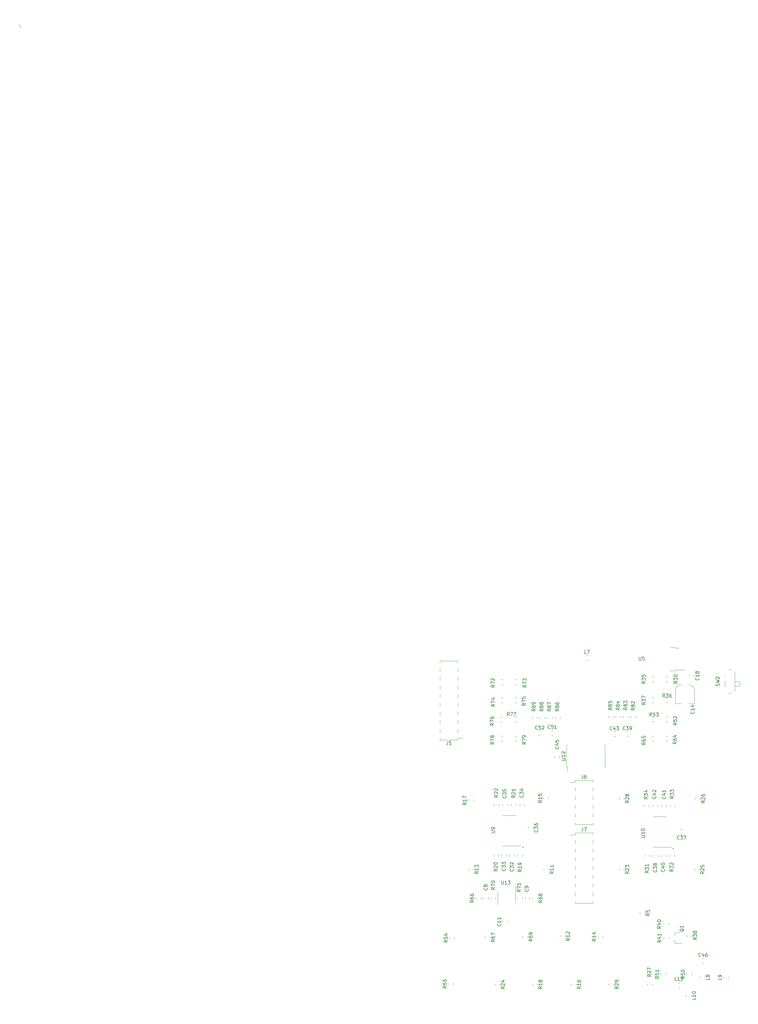
<source format=gbr>
%TF.GenerationSoftware,KiCad,Pcbnew,6.0.7-1.fc36*%
%TF.CreationDate,2022-09-03T22:34:53+00:00*%
%TF.ProjectId,fjol-top,666a6f6c-2d74-46f7-902e-6b696361645f,rev?*%
%TF.SameCoordinates,Original*%
%TF.FileFunction,Legend,Top*%
%TF.FilePolarity,Positive*%
%FSLAX46Y46*%
G04 Gerber Fmt 4.6, Leading zero omitted, Abs format (unit mm)*
G04 Created by KiCad (PCBNEW 6.0.7-1.fc36) date 2022-09-03 22:34:53*
%MOMM*%
%LPD*%
G01*
G04 APERTURE LIST*
%ADD10C,0.120000*%
%ADD11C,0.200000*%
%ADD12C,0.150000*%
G04 APERTURE END LIST*
D10*
X-27787600Y127050800D02*
X-26822400Y126085600D01*
D11*
X119625438Y-112772180D02*
G75*
G03*
X119625438Y-112772180I-100000J0D01*
G01*
X163440438Y-113153180D02*
G75*
G03*
X163440438Y-113153180I-100000J0D01*
G01*
X131944438Y-87372180D02*
G75*
G03*
X131944438Y-87372180I-100000J0D01*
G01*
D12*
%TO.C,U10*%
X154015818Y-109884275D02*
X154825342Y-109884275D01*
X154920580Y-109836656D01*
X154968199Y-109789037D01*
X155015818Y-109693799D01*
X155015818Y-109503322D01*
X154968199Y-109408084D01*
X154920580Y-109360465D01*
X154825342Y-109312846D01*
X154015818Y-109312846D01*
X155015818Y-108312846D02*
X155015818Y-108884275D01*
X155015818Y-108598560D02*
X154015818Y-108598560D01*
X154158676Y-108693799D01*
X154253914Y-108789037D01*
X154301533Y-108884275D01*
X154015818Y-107693799D02*
X154015818Y-107598560D01*
X154063438Y-107503322D01*
X154111057Y-107455703D01*
X154206295Y-107408084D01*
X154396771Y-107360465D01*
X154634866Y-107360465D01*
X154825342Y-107408084D01*
X154920580Y-107455703D01*
X154968199Y-107503322D01*
X155015818Y-107598560D01*
X155015818Y-107693799D01*
X154968199Y-107789037D01*
X154920580Y-107836656D01*
X154825342Y-107884275D01*
X154634866Y-107931894D01*
X154396771Y-107931894D01*
X154206295Y-107884275D01*
X154111057Y-107836656D01*
X154063438Y-107789037D01*
X154015818Y-107693799D01*
%TO.C,C8*%
X108960580Y-124622846D02*
X109008199Y-124670465D01*
X109055818Y-124813322D01*
X109055818Y-124908560D01*
X109008199Y-125051418D01*
X108912961Y-125146656D01*
X108817723Y-125194275D01*
X108627247Y-125241894D01*
X108484390Y-125241894D01*
X108293914Y-125194275D01*
X108198676Y-125146656D01*
X108103438Y-125051418D01*
X108055818Y-124908560D01*
X108055818Y-124813322D01*
X108103438Y-124670465D01*
X108151057Y-124622846D01*
X108484390Y-124051418D02*
X108436771Y-124146656D01*
X108389152Y-124194275D01*
X108293914Y-124241894D01*
X108246295Y-124241894D01*
X108151057Y-124194275D01*
X108103438Y-124146656D01*
X108055818Y-124051418D01*
X108055818Y-123860941D01*
X108103438Y-123765703D01*
X108151057Y-123718084D01*
X108246295Y-123670465D01*
X108293914Y-123670465D01*
X108389152Y-123718084D01*
X108436771Y-123765703D01*
X108484390Y-123860941D01*
X108484390Y-124051418D01*
X108532009Y-124146656D01*
X108579628Y-124194275D01*
X108674866Y-124241894D01*
X108865342Y-124241894D01*
X108960580Y-124194275D01*
X109008199Y-124146656D01*
X109055818Y-124051418D01*
X109055818Y-123860941D01*
X109008199Y-123765703D01*
X108960580Y-123718084D01*
X108865342Y-123670465D01*
X108674866Y-123670465D01*
X108579628Y-123718084D01*
X108532009Y-123765703D01*
X108484390Y-123860941D01*
%TO.C,C9*%
X120933080Y-125025346D02*
X120980699Y-125072965D01*
X121028318Y-125215822D01*
X121028318Y-125311060D01*
X120980699Y-125453918D01*
X120885461Y-125549156D01*
X120790223Y-125596775D01*
X120599747Y-125644394D01*
X120456890Y-125644394D01*
X120266414Y-125596775D01*
X120171176Y-125549156D01*
X120075938Y-125453918D01*
X120028318Y-125311060D01*
X120028318Y-125215822D01*
X120075938Y-125072965D01*
X120123557Y-125025346D01*
X121028318Y-124549156D02*
X121028318Y-124358680D01*
X120980699Y-124263441D01*
X120933080Y-124215822D01*
X120790223Y-124120584D01*
X120599747Y-124072965D01*
X120218795Y-124072965D01*
X120123557Y-124120584D01*
X120075938Y-124168203D01*
X120028318Y-124263441D01*
X120028318Y-124453918D01*
X120075938Y-124549156D01*
X120123557Y-124596775D01*
X120218795Y-124644394D01*
X120456890Y-124644394D01*
X120552128Y-124596775D01*
X120599747Y-124549156D01*
X120647366Y-124453918D01*
X120647366Y-124263441D01*
X120599747Y-124168203D01*
X120552128Y-124120584D01*
X120456890Y-124072965D01*
%TO.C,C14*%
X169336380Y-73232237D02*
X169383999Y-73279856D01*
X169431618Y-73422713D01*
X169431618Y-73517951D01*
X169383999Y-73660808D01*
X169288761Y-73756046D01*
X169193523Y-73803665D01*
X169003047Y-73851284D01*
X168860190Y-73851284D01*
X168669714Y-73803665D01*
X168574476Y-73756046D01*
X168479238Y-73660808D01*
X168431618Y-73517951D01*
X168431618Y-73422713D01*
X168479238Y-73279856D01*
X168526857Y-73232237D01*
X169431618Y-72279856D02*
X169431618Y-72851284D01*
X169431618Y-72565570D02*
X168431618Y-72565570D01*
X168574476Y-72660808D01*
X168669714Y-72756046D01*
X168717333Y-72851284D01*
X168764952Y-71422713D02*
X169431618Y-71422713D01*
X168383999Y-71660808D02*
X169098285Y-71898903D01*
X169098285Y-71279856D01*
%TO.C,C18*%
X170720580Y-63401537D02*
X170768199Y-63449156D01*
X170815818Y-63592013D01*
X170815818Y-63687251D01*
X170768199Y-63830108D01*
X170672961Y-63925346D01*
X170577723Y-63972965D01*
X170387247Y-64020584D01*
X170244390Y-64020584D01*
X170053914Y-63972965D01*
X169958676Y-63925346D01*
X169863438Y-63830108D01*
X169815818Y-63687251D01*
X169815818Y-63592013D01*
X169863438Y-63449156D01*
X169911057Y-63401537D01*
X170815818Y-62449156D02*
X170815818Y-63020584D01*
X170815818Y-62734870D02*
X169815818Y-62734870D01*
X169958676Y-62830108D01*
X170053914Y-62925346D01*
X170101533Y-63020584D01*
X170244390Y-61877727D02*
X170196771Y-61972965D01*
X170149152Y-62020584D01*
X170053914Y-62068203D01*
X170006295Y-62068203D01*
X169911057Y-62020584D01*
X169863438Y-61972965D01*
X169815818Y-61877727D01*
X169815818Y-61687251D01*
X169863438Y-61592013D01*
X169911057Y-61544394D01*
X170006295Y-61496775D01*
X170053914Y-61496775D01*
X170149152Y-61544394D01*
X170196771Y-61592013D01*
X170244390Y-61687251D01*
X170244390Y-61877727D01*
X170292009Y-61972965D01*
X170339628Y-62020584D01*
X170434866Y-62068203D01*
X170625342Y-62068203D01*
X170720580Y-62020584D01*
X170768199Y-61972965D01*
X170815818Y-61877727D01*
X170815818Y-61687251D01*
X170768199Y-61592013D01*
X170720580Y-61544394D01*
X170625342Y-61496775D01*
X170434866Y-61496775D01*
X170339628Y-61544394D01*
X170292009Y-61592013D01*
X170244390Y-61687251D01*
%TO.C,C32*%
X116605980Y-119104636D02*
X116653599Y-119152255D01*
X116701218Y-119295112D01*
X116701218Y-119390350D01*
X116653599Y-119533207D01*
X116558361Y-119628445D01*
X116463123Y-119676064D01*
X116272647Y-119723683D01*
X116129790Y-119723683D01*
X115939314Y-119676064D01*
X115844076Y-119628445D01*
X115748838Y-119533207D01*
X115701218Y-119390350D01*
X115701218Y-119295112D01*
X115748838Y-119152255D01*
X115796457Y-119104636D01*
X115701218Y-118771302D02*
X115701218Y-118152255D01*
X116082171Y-118485588D01*
X116082171Y-118342731D01*
X116129790Y-118247493D01*
X116177409Y-118199874D01*
X116272647Y-118152255D01*
X116510742Y-118152255D01*
X116605980Y-118199874D01*
X116653599Y-118247493D01*
X116701218Y-118342731D01*
X116701218Y-118628445D01*
X116653599Y-118723683D01*
X116605980Y-118771302D01*
X115796457Y-117771302D02*
X115748838Y-117723683D01*
X115701218Y-117628445D01*
X115701218Y-117390350D01*
X115748838Y-117295112D01*
X115796457Y-117247493D01*
X115891695Y-117199874D01*
X115986933Y-117199874D01*
X116129790Y-117247493D01*
X116701218Y-117818921D01*
X116701218Y-117199874D01*
%TO.C,C33*%
X114269180Y-119003037D02*
X114316799Y-119050656D01*
X114364418Y-119193513D01*
X114364418Y-119288751D01*
X114316799Y-119431608D01*
X114221561Y-119526846D01*
X114126323Y-119574465D01*
X113935847Y-119622084D01*
X113792990Y-119622084D01*
X113602514Y-119574465D01*
X113507276Y-119526846D01*
X113412038Y-119431608D01*
X113364418Y-119288751D01*
X113364418Y-119193513D01*
X113412038Y-119050656D01*
X113459657Y-119003037D01*
X113364418Y-118669703D02*
X113364418Y-118050656D01*
X113745371Y-118383989D01*
X113745371Y-118241132D01*
X113792990Y-118145894D01*
X113840609Y-118098275D01*
X113935847Y-118050656D01*
X114173942Y-118050656D01*
X114269180Y-118098275D01*
X114316799Y-118145894D01*
X114364418Y-118241132D01*
X114364418Y-118526846D01*
X114316799Y-118622084D01*
X114269180Y-118669703D01*
X113364418Y-117717322D02*
X113364418Y-117098275D01*
X113745371Y-117431608D01*
X113745371Y-117288751D01*
X113792990Y-117193513D01*
X113840609Y-117145894D01*
X113935847Y-117098275D01*
X114173942Y-117098275D01*
X114269180Y-117145894D01*
X114316799Y-117193513D01*
X114364418Y-117288751D01*
X114364418Y-117574465D01*
X114316799Y-117669703D01*
X114269180Y-117717322D01*
%TO.C,C42*%
X158177314Y-97937970D02*
X158224933Y-97985589D01*
X158272552Y-98128446D01*
X158272552Y-98223684D01*
X158224933Y-98366541D01*
X158129695Y-98461779D01*
X158034457Y-98509398D01*
X157843981Y-98557017D01*
X157701124Y-98557017D01*
X157510648Y-98509398D01*
X157415410Y-98461779D01*
X157320172Y-98366541D01*
X157272552Y-98223684D01*
X157272552Y-98128446D01*
X157320172Y-97985589D01*
X157367791Y-97937970D01*
X157605886Y-97080827D02*
X158272552Y-97080827D01*
X157224933Y-97318922D02*
X157939219Y-97557017D01*
X157939219Y-96937970D01*
X157367791Y-96604636D02*
X157320172Y-96557017D01*
X157272552Y-96461779D01*
X157272552Y-96223684D01*
X157320172Y-96128446D01*
X157367791Y-96080827D01*
X157463029Y-96033208D01*
X157558267Y-96033208D01*
X157701124Y-96080827D01*
X158272552Y-96652255D01*
X158272552Y-96033208D01*
%TO.C,C35*%
X114472380Y-97768637D02*
X114519999Y-97816256D01*
X114567618Y-97959113D01*
X114567618Y-98054351D01*
X114519999Y-98197208D01*
X114424761Y-98292446D01*
X114329523Y-98340065D01*
X114139047Y-98387684D01*
X113996190Y-98387684D01*
X113805714Y-98340065D01*
X113710476Y-98292446D01*
X113615238Y-98197208D01*
X113567618Y-98054351D01*
X113567618Y-97959113D01*
X113615238Y-97816256D01*
X113662857Y-97768637D01*
X113567618Y-97435303D02*
X113567618Y-96816256D01*
X113948571Y-97149589D01*
X113948571Y-97006732D01*
X113996190Y-96911494D01*
X114043809Y-96863875D01*
X114139047Y-96816256D01*
X114377142Y-96816256D01*
X114472380Y-96863875D01*
X114519999Y-96911494D01*
X114567618Y-97006732D01*
X114567618Y-97292446D01*
X114519999Y-97387684D01*
X114472380Y-97435303D01*
X113567618Y-95911494D02*
X113567618Y-96387684D01*
X114043809Y-96435303D01*
X113996190Y-96387684D01*
X113948571Y-96292446D01*
X113948571Y-96054351D01*
X113996190Y-95959113D01*
X114043809Y-95911494D01*
X114139047Y-95863875D01*
X114377142Y-95863875D01*
X114472380Y-95911494D01*
X114519999Y-95959113D01*
X114567618Y-96054351D01*
X114567618Y-96292446D01*
X114519999Y-96387684D01*
X114472380Y-96435303D01*
%TO.C,C36*%
X123695580Y-107701537D02*
X123743199Y-107749156D01*
X123790818Y-107892013D01*
X123790818Y-107987251D01*
X123743199Y-108130108D01*
X123647961Y-108225346D01*
X123552723Y-108272965D01*
X123362247Y-108320584D01*
X123219390Y-108320584D01*
X123028914Y-108272965D01*
X122933676Y-108225346D01*
X122838438Y-108130108D01*
X122790818Y-107987251D01*
X122790818Y-107892013D01*
X122838438Y-107749156D01*
X122886057Y-107701537D01*
X122790818Y-107368203D02*
X122790818Y-106749156D01*
X123171771Y-107082489D01*
X123171771Y-106939632D01*
X123219390Y-106844394D01*
X123267009Y-106796775D01*
X123362247Y-106749156D01*
X123600342Y-106749156D01*
X123695580Y-106796775D01*
X123743199Y-106844394D01*
X123790818Y-106939632D01*
X123790818Y-107225346D01*
X123743199Y-107320584D01*
X123695580Y-107368203D01*
X122790818Y-105892013D02*
X122790818Y-106082489D01*
X122838438Y-106177727D01*
X122886057Y-106225346D01*
X123028914Y-106320584D01*
X123219390Y-106368203D01*
X123600342Y-106368203D01*
X123695580Y-106320584D01*
X123743199Y-106272965D01*
X123790818Y-106177727D01*
X123790818Y-105987251D01*
X123743199Y-105892013D01*
X123695580Y-105844394D01*
X123600342Y-105796775D01*
X123362247Y-105796775D01*
X123267009Y-105844394D01*
X123219390Y-105892013D01*
X123171771Y-105987251D01*
X123171771Y-106177727D01*
X123219390Y-106272965D01*
X123267009Y-106320584D01*
X123362247Y-106368203D01*
%TO.C,C37*%
X165083080Y-110303322D02*
X165035461Y-110350941D01*
X164892604Y-110398560D01*
X164797366Y-110398560D01*
X164654509Y-110350941D01*
X164559271Y-110255703D01*
X164511652Y-110160465D01*
X164464033Y-109969989D01*
X164464033Y-109827132D01*
X164511652Y-109636656D01*
X164559271Y-109541418D01*
X164654509Y-109446180D01*
X164797366Y-109398560D01*
X164892604Y-109398560D01*
X165035461Y-109446180D01*
X165083080Y-109493799D01*
X165416414Y-109398560D02*
X166035461Y-109398560D01*
X165702128Y-109779513D01*
X165844985Y-109779513D01*
X165940223Y-109827132D01*
X165987842Y-109874751D01*
X166035461Y-109969989D01*
X166035461Y-110208084D01*
X165987842Y-110303322D01*
X165940223Y-110350941D01*
X165844985Y-110398560D01*
X165559271Y-110398560D01*
X165464033Y-110350941D01*
X165416414Y-110303322D01*
X166368795Y-109398560D02*
X167035461Y-109398560D01*
X166606890Y-110398560D01*
%TO.C,C38*%
X158414380Y-119358637D02*
X158461999Y-119406256D01*
X158509618Y-119549113D01*
X158509618Y-119644351D01*
X158461999Y-119787208D01*
X158366761Y-119882446D01*
X158271523Y-119930065D01*
X158081047Y-119977684D01*
X157938190Y-119977684D01*
X157747714Y-119930065D01*
X157652476Y-119882446D01*
X157557238Y-119787208D01*
X157509618Y-119644351D01*
X157509618Y-119549113D01*
X157557238Y-119406256D01*
X157604857Y-119358637D01*
X157509618Y-119025303D02*
X157509618Y-118406256D01*
X157890571Y-118739589D01*
X157890571Y-118596732D01*
X157938190Y-118501494D01*
X157985809Y-118453875D01*
X158081047Y-118406256D01*
X158319142Y-118406256D01*
X158414380Y-118453875D01*
X158461999Y-118501494D01*
X158509618Y-118596732D01*
X158509618Y-118882446D01*
X158461999Y-118977684D01*
X158414380Y-119025303D01*
X157938190Y-117834827D02*
X157890571Y-117930065D01*
X157842952Y-117977684D01*
X157747714Y-118025303D01*
X157700095Y-118025303D01*
X157604857Y-117977684D01*
X157557238Y-117930065D01*
X157509618Y-117834827D01*
X157509618Y-117644351D01*
X157557238Y-117549113D01*
X157604857Y-117501494D01*
X157700095Y-117453875D01*
X157747714Y-117453875D01*
X157842952Y-117501494D01*
X157890571Y-117549113D01*
X157938190Y-117644351D01*
X157938190Y-117834827D01*
X157985809Y-117930065D01*
X158033428Y-117977684D01*
X158128666Y-118025303D01*
X158319142Y-118025303D01*
X158414380Y-117977684D01*
X158461999Y-117930065D01*
X158509618Y-117834827D01*
X158509618Y-117644351D01*
X158461999Y-117549113D01*
X158414380Y-117501494D01*
X158319142Y-117453875D01*
X158128666Y-117453875D01*
X158033428Y-117501494D01*
X157985809Y-117549113D01*
X157938190Y-117644351D01*
%TO.C,C40*%
X160683447Y-119257035D02*
X160731066Y-119304654D01*
X160778685Y-119447511D01*
X160778685Y-119542749D01*
X160731066Y-119685606D01*
X160635828Y-119780844D01*
X160540590Y-119828463D01*
X160350114Y-119876082D01*
X160207257Y-119876082D01*
X160016781Y-119828463D01*
X159921543Y-119780844D01*
X159826305Y-119685606D01*
X159778685Y-119542749D01*
X159778685Y-119447511D01*
X159826305Y-119304654D01*
X159873924Y-119257035D01*
X160112019Y-118399892D02*
X160778685Y-118399892D01*
X159731066Y-118637987D02*
X160445352Y-118876082D01*
X160445352Y-118257035D01*
X159778685Y-117685606D02*
X159778685Y-117590368D01*
X159826305Y-117495130D01*
X159873924Y-117447511D01*
X159969162Y-117399892D01*
X160159638Y-117352273D01*
X160397733Y-117352273D01*
X160588209Y-117399892D01*
X160683447Y-117447511D01*
X160731066Y-117495130D01*
X160778685Y-117590368D01*
X160778685Y-117685606D01*
X160731066Y-117780844D01*
X160683447Y-117828463D01*
X160588209Y-117876082D01*
X160397733Y-117923701D01*
X160159638Y-117923701D01*
X159969162Y-117876082D01*
X159873924Y-117828463D01*
X159826305Y-117780844D01*
X159778685Y-117685606D01*
%TO.C,C41*%
X160988247Y-98005703D02*
X161035866Y-98053322D01*
X161083485Y-98196179D01*
X161083485Y-98291417D01*
X161035866Y-98434274D01*
X160940628Y-98529512D01*
X160845390Y-98577131D01*
X160654914Y-98624750D01*
X160512057Y-98624750D01*
X160321581Y-98577131D01*
X160226343Y-98529512D01*
X160131105Y-98434274D01*
X160083485Y-98291417D01*
X160083485Y-98196179D01*
X160131105Y-98053322D01*
X160178724Y-98005703D01*
X160416819Y-97148560D02*
X161083485Y-97148560D01*
X160035866Y-97386655D02*
X160750152Y-97624750D01*
X160750152Y-97005703D01*
X161083485Y-96100941D02*
X161083485Y-96672369D01*
X161083485Y-96386655D02*
X160083485Y-96386655D01*
X160226343Y-96481893D01*
X160321581Y-96577131D01*
X160369200Y-96672369D01*
%TO.C,C34*%
X119450780Y-97616237D02*
X119498399Y-97663856D01*
X119546018Y-97806713D01*
X119546018Y-97901951D01*
X119498399Y-98044808D01*
X119403161Y-98140046D01*
X119307923Y-98187665D01*
X119117447Y-98235284D01*
X118974590Y-98235284D01*
X118784114Y-98187665D01*
X118688876Y-98140046D01*
X118593638Y-98044808D01*
X118546018Y-97901951D01*
X118546018Y-97806713D01*
X118593638Y-97663856D01*
X118641257Y-97616237D01*
X118546018Y-97282903D02*
X118546018Y-96663856D01*
X118926971Y-96997189D01*
X118926971Y-96854332D01*
X118974590Y-96759094D01*
X119022209Y-96711475D01*
X119117447Y-96663856D01*
X119355542Y-96663856D01*
X119450780Y-96711475D01*
X119498399Y-96759094D01*
X119546018Y-96854332D01*
X119546018Y-97140046D01*
X119498399Y-97235284D01*
X119450780Y-97282903D01*
X118879352Y-95806713D02*
X119546018Y-95806713D01*
X118498399Y-96044808D02*
X119212685Y-96282903D01*
X119212685Y-95663856D01*
%TO.C,C46*%
X171358980Y-144537422D02*
X171311361Y-144585041D01*
X171168504Y-144632660D01*
X171073266Y-144632660D01*
X170930409Y-144585041D01*
X170835171Y-144489803D01*
X170787552Y-144394565D01*
X170739933Y-144204089D01*
X170739933Y-144061232D01*
X170787552Y-143870756D01*
X170835171Y-143775518D01*
X170930409Y-143680280D01*
X171073266Y-143632660D01*
X171168504Y-143632660D01*
X171311361Y-143680280D01*
X171358980Y-143727899D01*
X172216123Y-143965994D02*
X172216123Y-144632660D01*
X171978028Y-143585041D02*
X171739933Y-144299327D01*
X172358980Y-144299327D01*
X173168504Y-143632660D02*
X172978028Y-143632660D01*
X172882790Y-143680280D01*
X172835171Y-143727899D01*
X172739933Y-143870756D01*
X172692314Y-144061232D01*
X172692314Y-144442184D01*
X172739933Y-144537422D01*
X172787552Y-144585041D01*
X172882790Y-144632660D01*
X173073266Y-144632660D01*
X173168504Y-144585041D01*
X173216123Y-144537422D01*
X173263742Y-144442184D01*
X173263742Y-144204089D01*
X173216123Y-144108851D01*
X173168504Y-144061232D01*
X173073266Y-144013613D01*
X172882790Y-144013613D01*
X172787552Y-144061232D01*
X172739933Y-144108851D01*
X172692314Y-144204089D01*
%TO.C,C45*%
X129808242Y-83457257D02*
X129855861Y-83504876D01*
X129903480Y-83647733D01*
X129903480Y-83742971D01*
X129855861Y-83885828D01*
X129760623Y-83981066D01*
X129665385Y-84028685D01*
X129474909Y-84076304D01*
X129332052Y-84076304D01*
X129141576Y-84028685D01*
X129046338Y-83981066D01*
X128951100Y-83885828D01*
X128903480Y-83742971D01*
X128903480Y-83647733D01*
X128951100Y-83504876D01*
X128998719Y-83457257D01*
X129236814Y-82600114D02*
X129903480Y-82600114D01*
X128855861Y-82838209D02*
X129570147Y-83076304D01*
X129570147Y-82457257D01*
X128903480Y-81600114D02*
X128903480Y-82076304D01*
X129379671Y-82123923D01*
X129332052Y-82076304D01*
X129284433Y-81981066D01*
X129284433Y-81742971D01*
X129332052Y-81647733D01*
X129379671Y-81600114D01*
X129474909Y-81552495D01*
X129713004Y-81552495D01*
X129808242Y-81600114D01*
X129855861Y-81647733D01*
X129903480Y-81742971D01*
X129903480Y-81981066D01*
X129855861Y-82076304D01*
X129808242Y-82123923D01*
%TO.C,J6*%
X136922255Y-91713560D02*
X136922255Y-92427846D01*
X136874636Y-92570703D01*
X136779398Y-92665941D01*
X136636541Y-92713560D01*
X136541303Y-92713560D01*
X137827017Y-91713560D02*
X137636541Y-91713560D01*
X137541303Y-91761180D01*
X137493684Y-91808799D01*
X137398446Y-91951656D01*
X137350827Y-92142132D01*
X137350827Y-92523084D01*
X137398446Y-92618322D01*
X137446065Y-92665941D01*
X137541303Y-92713560D01*
X137731779Y-92713560D01*
X137827017Y-92665941D01*
X137874636Y-92618322D01*
X137922255Y-92523084D01*
X137922255Y-92284989D01*
X137874636Y-92189751D01*
X137827017Y-92142132D01*
X137731779Y-92094513D01*
X137541303Y-92094513D01*
X137446065Y-92142132D01*
X137398446Y-92189751D01*
X137350827Y-92284989D01*
%TO.C,L7*%
X137971771Y-56348560D02*
X137495580Y-56348560D01*
X137495580Y-55348560D01*
X138209866Y-55348560D02*
X138876533Y-55348560D01*
X138447961Y-56348560D01*
%TO.C,L8*%
X173913718Y-150837946D02*
X173913718Y-151314137D01*
X172913718Y-151314137D01*
X173342290Y-150361756D02*
X173294671Y-150456994D01*
X173247052Y-150504613D01*
X173151814Y-150552232D01*
X173104195Y-150552232D01*
X173008957Y-150504613D01*
X172961338Y-150456994D01*
X172913718Y-150361756D01*
X172913718Y-150171280D01*
X172961338Y-150076041D01*
X173008957Y-150028422D01*
X173104195Y-149980803D01*
X173151814Y-149980803D01*
X173247052Y-150028422D01*
X173294671Y-150076041D01*
X173342290Y-150171280D01*
X173342290Y-150361756D01*
X173389909Y-150456994D01*
X173437528Y-150504613D01*
X173532766Y-150552232D01*
X173723242Y-150552232D01*
X173818480Y-150504613D01*
X173866099Y-150456994D01*
X173913718Y-150361756D01*
X173913718Y-150171280D01*
X173866099Y-150076041D01*
X173818480Y-150028422D01*
X173723242Y-149980803D01*
X173532766Y-149980803D01*
X173437528Y-150028422D01*
X173389909Y-150076041D01*
X173342290Y-150171280D01*
%TO.C,L9*%
X177408218Y-150871446D02*
X177408218Y-151347637D01*
X176408218Y-151347637D01*
X177408218Y-150490494D02*
X177408218Y-150300018D01*
X177360599Y-150204780D01*
X177312980Y-150157160D01*
X177170123Y-150061922D01*
X176979647Y-150014303D01*
X176598695Y-150014303D01*
X176503457Y-150061922D01*
X176455838Y-150109541D01*
X176408218Y-150204780D01*
X176408218Y-150395256D01*
X176455838Y-150490494D01*
X176503457Y-150538113D01*
X176598695Y-150585732D01*
X176836790Y-150585732D01*
X176932028Y-150538113D01*
X176979647Y-150490494D01*
X177027266Y-150395256D01*
X177027266Y-150204780D01*
X176979647Y-150109541D01*
X176932028Y-150061922D01*
X176836790Y-150014303D01*
%TO.C,L10*%
X169862418Y-156618137D02*
X169862418Y-157094327D01*
X168862418Y-157094327D01*
X169862418Y-155760994D02*
X169862418Y-156332422D01*
X169862418Y-156046708D02*
X168862418Y-156046708D01*
X169005276Y-156141946D01*
X169100514Y-156237184D01*
X169148133Y-156332422D01*
X168862418Y-155141946D02*
X168862418Y-155046708D01*
X168910038Y-154951470D01*
X168957657Y-154903851D01*
X169052895Y-154856232D01*
X169243371Y-154808613D01*
X169481466Y-154808613D01*
X169671942Y-154856232D01*
X169767180Y-154903851D01*
X169814799Y-154951470D01*
X169862418Y-155046708D01*
X169862418Y-155141946D01*
X169814799Y-155237184D01*
X169767180Y-155284803D01*
X169671942Y-155332422D01*
X169481466Y-155380041D01*
X169243371Y-155380041D01*
X169052895Y-155332422D01*
X168957657Y-155284803D01*
X168910038Y-155237184D01*
X168862418Y-155141946D01*
%TO.C,L11*%
X164296942Y-151551980D02*
X163820752Y-151551980D01*
X163820752Y-150551980D01*
X165154085Y-151551980D02*
X164582657Y-151551980D01*
X164868371Y-151551980D02*
X164868371Y-150551980D01*
X164773133Y-150694838D01*
X164677895Y-150790076D01*
X164582657Y-150837695D01*
X166106466Y-151551980D02*
X165535038Y-151551980D01*
X165820752Y-151551980D02*
X165820752Y-150551980D01*
X165725514Y-150694838D01*
X165630276Y-150790076D01*
X165535038Y-150837695D01*
%TO.C,Q1*%
X166377257Y-136540218D02*
X166329638Y-136635456D01*
X166234399Y-136730694D01*
X166091542Y-136873551D01*
X166043923Y-136968789D01*
X166043923Y-137064027D01*
X166282018Y-137016408D02*
X166234399Y-137111646D01*
X166139161Y-137206884D01*
X165948685Y-137254503D01*
X165615352Y-137254503D01*
X165424876Y-137206884D01*
X165329638Y-137111646D01*
X165282018Y-137016408D01*
X165282018Y-136825932D01*
X165329638Y-136730694D01*
X165424876Y-136635456D01*
X165615352Y-136587837D01*
X165948685Y-136587837D01*
X166139161Y-136635456D01*
X166234399Y-136730694D01*
X166282018Y-136825932D01*
X166282018Y-137016408D01*
X166282018Y-135635456D02*
X166282018Y-136206884D01*
X166282018Y-135921170D02*
X165282018Y-135921170D01*
X165424876Y-136016408D01*
X165520114Y-136111646D01*
X165567733Y-136206884D01*
%TO.C,R11*%
X128375752Y-119866637D02*
X127899562Y-120199970D01*
X128375752Y-120438065D02*
X127375752Y-120438065D01*
X127375752Y-120057113D01*
X127423372Y-119961875D01*
X127470991Y-119914256D01*
X127566229Y-119866637D01*
X127709086Y-119866637D01*
X127804324Y-119914256D01*
X127851943Y-119961875D01*
X127899562Y-120057113D01*
X127899562Y-120438065D01*
X128375752Y-118914256D02*
X128375752Y-119485684D01*
X128375752Y-119199970D02*
X127375752Y-119199970D01*
X127518610Y-119295208D01*
X127613848Y-119390446D01*
X127661467Y-119485684D01*
X128375752Y-117961875D02*
X128375752Y-118533303D01*
X128375752Y-118247589D02*
X127375752Y-118247589D01*
X127518610Y-118342827D01*
X127613848Y-118438065D01*
X127661467Y-118533303D01*
%TO.C,R12*%
X133090818Y-139289037D02*
X132614628Y-139622370D01*
X133090818Y-139860465D02*
X132090818Y-139860465D01*
X132090818Y-139479513D01*
X132138438Y-139384275D01*
X132186057Y-139336656D01*
X132281295Y-139289037D01*
X132424152Y-139289037D01*
X132519390Y-139336656D01*
X132567009Y-139384275D01*
X132614628Y-139479513D01*
X132614628Y-139860465D01*
X133090818Y-138336656D02*
X133090818Y-138908084D01*
X133090818Y-138622370D02*
X132090818Y-138622370D01*
X132233676Y-138717608D01*
X132328914Y-138812846D01*
X132376533Y-138908084D01*
X132186057Y-137955703D02*
X132138438Y-137908084D01*
X132090818Y-137812846D01*
X132090818Y-137574751D01*
X132138438Y-137479513D01*
X132186057Y-137431894D01*
X132281295Y-137384275D01*
X132376533Y-137384275D01*
X132519390Y-137431894D01*
X133090818Y-138003322D01*
X133090818Y-137384275D01*
%TO.C,R13*%
X106413218Y-119866637D02*
X105937028Y-120199970D01*
X106413218Y-120438065D02*
X105413218Y-120438065D01*
X105413218Y-120057113D01*
X105460838Y-119961875D01*
X105508457Y-119914256D01*
X105603695Y-119866637D01*
X105746552Y-119866637D01*
X105841790Y-119914256D01*
X105889409Y-119961875D01*
X105937028Y-120057113D01*
X105937028Y-120438065D01*
X106413218Y-118914256D02*
X106413218Y-119485684D01*
X106413218Y-119199970D02*
X105413218Y-119199970D01*
X105556076Y-119295208D01*
X105651314Y-119390446D01*
X105698933Y-119485684D01*
X105413218Y-118580922D02*
X105413218Y-117961875D01*
X105794171Y-118295208D01*
X105794171Y-118152351D01*
X105841790Y-118057113D01*
X105889409Y-118009494D01*
X105984647Y-117961875D01*
X106222742Y-117961875D01*
X106317980Y-118009494D01*
X106365599Y-118057113D01*
X106413218Y-118152351D01*
X106413218Y-118438065D01*
X106365599Y-118533303D01*
X106317980Y-118580922D01*
%TO.C,R14*%
X140678818Y-139450037D02*
X140202628Y-139783370D01*
X140678818Y-140021465D02*
X139678818Y-140021465D01*
X139678818Y-139640513D01*
X139726438Y-139545275D01*
X139774057Y-139497656D01*
X139869295Y-139450037D01*
X140012152Y-139450037D01*
X140107390Y-139497656D01*
X140155009Y-139545275D01*
X140202628Y-139640513D01*
X140202628Y-140021465D01*
X140678818Y-138497656D02*
X140678818Y-139069084D01*
X140678818Y-138783370D02*
X139678818Y-138783370D01*
X139821676Y-138878608D01*
X139916914Y-138973846D01*
X139964533Y-139069084D01*
X140012152Y-137640513D02*
X140678818Y-137640513D01*
X139631199Y-137878608D02*
X140345485Y-138116703D01*
X140345485Y-137497656D01*
%TO.C,R28*%
X150340818Y-99176537D02*
X149864628Y-99509870D01*
X150340818Y-99747965D02*
X149340818Y-99747965D01*
X149340818Y-99367013D01*
X149388438Y-99271775D01*
X149436057Y-99224156D01*
X149531295Y-99176537D01*
X149674152Y-99176537D01*
X149769390Y-99224156D01*
X149817009Y-99271775D01*
X149864628Y-99367013D01*
X149864628Y-99747965D01*
X149436057Y-98795584D02*
X149388438Y-98747965D01*
X149340818Y-98652727D01*
X149340818Y-98414632D01*
X149388438Y-98319394D01*
X149436057Y-98271775D01*
X149531295Y-98224156D01*
X149626533Y-98224156D01*
X149769390Y-98271775D01*
X150340818Y-98843203D01*
X150340818Y-98224156D01*
X149769390Y-97652727D02*
X149721771Y-97747965D01*
X149674152Y-97795584D01*
X149578914Y-97843203D01*
X149531295Y-97843203D01*
X149436057Y-97795584D01*
X149388438Y-97747965D01*
X149340818Y-97652727D01*
X149340818Y-97462251D01*
X149388438Y-97367013D01*
X149436057Y-97319394D01*
X149531295Y-97271775D01*
X149578914Y-97271775D01*
X149674152Y-97319394D01*
X149721771Y-97367013D01*
X149769390Y-97462251D01*
X149769390Y-97652727D01*
X149817009Y-97747965D01*
X149864628Y-97795584D01*
X149959866Y-97843203D01*
X150150342Y-97843203D01*
X150245580Y-97795584D01*
X150293199Y-97747965D01*
X150340818Y-97652727D01*
X150340818Y-97462251D01*
X150293199Y-97367013D01*
X150245580Y-97319394D01*
X150150342Y-97271775D01*
X149959866Y-97271775D01*
X149864628Y-97319394D01*
X149817009Y-97367013D01*
X149769390Y-97462251D01*
%TO.C,R29*%
X147307218Y-153379637D02*
X146831028Y-153712970D01*
X147307218Y-153951065D02*
X146307218Y-153951065D01*
X146307218Y-153570113D01*
X146354838Y-153474875D01*
X146402457Y-153427256D01*
X146497695Y-153379637D01*
X146640552Y-153379637D01*
X146735790Y-153427256D01*
X146783409Y-153474875D01*
X146831028Y-153570113D01*
X146831028Y-153951065D01*
X146402457Y-152998684D02*
X146354838Y-152951065D01*
X146307218Y-152855827D01*
X146307218Y-152617732D01*
X146354838Y-152522494D01*
X146402457Y-152474875D01*
X146497695Y-152427256D01*
X146592933Y-152427256D01*
X146735790Y-152474875D01*
X147307218Y-153046303D01*
X147307218Y-152427256D01*
X147307218Y-151951065D02*
X147307218Y-151760589D01*
X147259599Y-151665351D01*
X147211980Y-151617732D01*
X147069123Y-151522494D01*
X146878647Y-151474875D01*
X146497695Y-151474875D01*
X146402457Y-151522494D01*
X146354838Y-151570113D01*
X146307218Y-151665351D01*
X146307218Y-151855827D01*
X146354838Y-151951065D01*
X146402457Y-151998684D01*
X146497695Y-152046303D01*
X146735790Y-152046303D01*
X146831028Y-151998684D01*
X146878647Y-151951065D01*
X146926266Y-151855827D01*
X146926266Y-151665351D01*
X146878647Y-151570113D01*
X146831028Y-151522494D01*
X146735790Y-151474875D01*
%TO.C,R17*%
X102921718Y-99768537D02*
X102445528Y-100101870D01*
X102921718Y-100339965D02*
X101921718Y-100339965D01*
X101921718Y-99959013D01*
X101969338Y-99863775D01*
X102016957Y-99816156D01*
X102112195Y-99768537D01*
X102255052Y-99768537D01*
X102350290Y-99816156D01*
X102397909Y-99863775D01*
X102445528Y-99959013D01*
X102445528Y-100339965D01*
X102921718Y-98816156D02*
X102921718Y-99387584D01*
X102921718Y-99101870D02*
X101921718Y-99101870D01*
X102064576Y-99197108D01*
X102159814Y-99292346D01*
X102207433Y-99387584D01*
X101921718Y-98482822D02*
X101921718Y-97816156D01*
X102921718Y-98244727D01*
%TO.C,R18*%
X125018718Y-153379637D02*
X124542528Y-153712970D01*
X125018718Y-153951065D02*
X124018718Y-153951065D01*
X124018718Y-153570113D01*
X124066338Y-153474875D01*
X124113957Y-153427256D01*
X124209195Y-153379637D01*
X124352052Y-153379637D01*
X124447290Y-153427256D01*
X124494909Y-153474875D01*
X124542528Y-153570113D01*
X124542528Y-153951065D01*
X125018718Y-152427256D02*
X125018718Y-152998684D01*
X125018718Y-152712970D02*
X124018718Y-152712970D01*
X124161576Y-152808208D01*
X124256814Y-152903446D01*
X124304433Y-152998684D01*
X124447290Y-151855827D02*
X124399671Y-151951065D01*
X124352052Y-151998684D01*
X124256814Y-152046303D01*
X124209195Y-152046303D01*
X124113957Y-151998684D01*
X124066338Y-151951065D01*
X124018718Y-151855827D01*
X124018718Y-151665351D01*
X124066338Y-151570113D01*
X124113957Y-151522494D01*
X124209195Y-151474875D01*
X124256814Y-151474875D01*
X124352052Y-151522494D01*
X124399671Y-151570113D01*
X124447290Y-151665351D01*
X124447290Y-151855827D01*
X124494909Y-151951065D01*
X124542528Y-151998684D01*
X124637766Y-152046303D01*
X124828242Y-152046303D01*
X124923480Y-151998684D01*
X124971099Y-151951065D01*
X125018718Y-151855827D01*
X125018718Y-151665351D01*
X124971099Y-151570113D01*
X124923480Y-151522494D01*
X124828242Y-151474875D01*
X124637766Y-151474875D01*
X124542528Y-151522494D01*
X124494909Y-151570113D01*
X124447290Y-151665351D01*
%TO.C,R19*%
X119038018Y-119240103D02*
X118561828Y-119573436D01*
X119038018Y-119811531D02*
X118038018Y-119811531D01*
X118038018Y-119430579D01*
X118085638Y-119335341D01*
X118133257Y-119287722D01*
X118228495Y-119240103D01*
X118371352Y-119240103D01*
X118466590Y-119287722D01*
X118514209Y-119335341D01*
X118561828Y-119430579D01*
X118561828Y-119811531D01*
X119038018Y-118287722D02*
X119038018Y-118859150D01*
X119038018Y-118573436D02*
X118038018Y-118573436D01*
X118180876Y-118668674D01*
X118276114Y-118763912D01*
X118323733Y-118859150D01*
X119038018Y-117811531D02*
X119038018Y-117621055D01*
X118990399Y-117525817D01*
X118942780Y-117478198D01*
X118799923Y-117382960D01*
X118609447Y-117335341D01*
X118228495Y-117335341D01*
X118133257Y-117382960D01*
X118085638Y-117430579D01*
X118038018Y-117525817D01*
X118038018Y-117716293D01*
X118085638Y-117811531D01*
X118133257Y-117859150D01*
X118228495Y-117906769D01*
X118466590Y-117906769D01*
X118561828Y-117859150D01*
X118609447Y-117811531D01*
X118657066Y-117716293D01*
X118657066Y-117525817D01*
X118609447Y-117430579D01*
X118561828Y-117382960D01*
X118466590Y-117335341D01*
%TO.C,R20*%
X111976818Y-119093870D02*
X111500628Y-119427203D01*
X111976818Y-119665298D02*
X110976818Y-119665298D01*
X110976818Y-119284346D01*
X111024438Y-119189108D01*
X111072057Y-119141489D01*
X111167295Y-119093870D01*
X111310152Y-119093870D01*
X111405390Y-119141489D01*
X111453009Y-119189108D01*
X111500628Y-119284346D01*
X111500628Y-119665298D01*
X111072057Y-118712917D02*
X111024438Y-118665298D01*
X110976818Y-118570060D01*
X110976818Y-118331965D01*
X111024438Y-118236727D01*
X111072057Y-118189108D01*
X111167295Y-118141489D01*
X111262533Y-118141489D01*
X111405390Y-118189108D01*
X111976818Y-118760536D01*
X111976818Y-118141489D01*
X110976818Y-117522441D02*
X110976818Y-117427203D01*
X111024438Y-117331965D01*
X111072057Y-117284346D01*
X111167295Y-117236727D01*
X111357771Y-117189108D01*
X111595866Y-117189108D01*
X111786342Y-117236727D01*
X111881580Y-117284346D01*
X111929199Y-117331965D01*
X111976818Y-117427203D01*
X111976818Y-117522441D01*
X111929199Y-117617679D01*
X111881580Y-117665298D01*
X111786342Y-117712917D01*
X111595866Y-117760536D01*
X111357771Y-117760536D01*
X111167295Y-117712917D01*
X111072057Y-117665298D01*
X111024438Y-117617679D01*
X110976818Y-117522441D01*
%TO.C,R34*%
X155817218Y-98073437D02*
X155341028Y-98406770D01*
X155817218Y-98644865D02*
X154817218Y-98644865D01*
X154817218Y-98263913D01*
X154864838Y-98168675D01*
X154912457Y-98121056D01*
X155007695Y-98073437D01*
X155150552Y-98073437D01*
X155245790Y-98121056D01*
X155293409Y-98168675D01*
X155341028Y-98263913D01*
X155341028Y-98644865D01*
X154817218Y-97740103D02*
X154817218Y-97121056D01*
X155198171Y-97454389D01*
X155198171Y-97311532D01*
X155245790Y-97216294D01*
X155293409Y-97168675D01*
X155388647Y-97121056D01*
X155626742Y-97121056D01*
X155721980Y-97168675D01*
X155769599Y-97216294D01*
X155817218Y-97311532D01*
X155817218Y-97597246D01*
X155769599Y-97692484D01*
X155721980Y-97740103D01*
X155150552Y-96263913D02*
X155817218Y-96263913D01*
X154769599Y-96502008D02*
X155483885Y-96740103D01*
X155483885Y-96121056D01*
%TO.C,R22*%
X112129218Y-97565437D02*
X111653028Y-97898770D01*
X112129218Y-98136865D02*
X111129218Y-98136865D01*
X111129218Y-97755913D01*
X111176838Y-97660675D01*
X111224457Y-97613056D01*
X111319695Y-97565437D01*
X111462552Y-97565437D01*
X111557790Y-97613056D01*
X111605409Y-97660675D01*
X111653028Y-97755913D01*
X111653028Y-98136865D01*
X111224457Y-97184484D02*
X111176838Y-97136865D01*
X111129218Y-97041627D01*
X111129218Y-96803532D01*
X111176838Y-96708294D01*
X111224457Y-96660675D01*
X111319695Y-96613056D01*
X111414933Y-96613056D01*
X111557790Y-96660675D01*
X112129218Y-97232103D01*
X112129218Y-96613056D01*
X111224457Y-96232103D02*
X111176838Y-96184484D01*
X111129218Y-96089246D01*
X111129218Y-95851151D01*
X111176838Y-95755913D01*
X111224457Y-95708294D01*
X111319695Y-95660675D01*
X111414933Y-95660675D01*
X111557790Y-95708294D01*
X112129218Y-96279722D01*
X112129218Y-95660675D01*
%TO.C,R23*%
X150338285Y-119866637D02*
X149862095Y-120199970D01*
X150338285Y-120438065D02*
X149338285Y-120438065D01*
X149338285Y-120057113D01*
X149385905Y-119961875D01*
X149433524Y-119914256D01*
X149528762Y-119866637D01*
X149671619Y-119866637D01*
X149766857Y-119914256D01*
X149814476Y-119961875D01*
X149862095Y-120057113D01*
X149862095Y-120438065D01*
X149433524Y-119485684D02*
X149385905Y-119438065D01*
X149338285Y-119342827D01*
X149338285Y-119104732D01*
X149385905Y-119009494D01*
X149433524Y-118961875D01*
X149528762Y-118914256D01*
X149624000Y-118914256D01*
X149766857Y-118961875D01*
X150338285Y-119533303D01*
X150338285Y-118914256D01*
X149338285Y-118580922D02*
X149338285Y-117961875D01*
X149719238Y-118295208D01*
X149719238Y-118152351D01*
X149766857Y-118057113D01*
X149814476Y-118009494D01*
X149909714Y-117961875D01*
X150147809Y-117961875D01*
X150243047Y-118009494D01*
X150290666Y-118057113D01*
X150338285Y-118152351D01*
X150338285Y-118438065D01*
X150290666Y-118533303D01*
X150243047Y-118580922D01*
%TO.C,R24*%
X114096718Y-153379637D02*
X113620528Y-153712970D01*
X114096718Y-153951065D02*
X113096718Y-153951065D01*
X113096718Y-153570113D01*
X113144338Y-153474875D01*
X113191957Y-153427256D01*
X113287195Y-153379637D01*
X113430052Y-153379637D01*
X113525290Y-153427256D01*
X113572909Y-153474875D01*
X113620528Y-153570113D01*
X113620528Y-153951065D01*
X113191957Y-152998684D02*
X113144338Y-152951065D01*
X113096718Y-152855827D01*
X113096718Y-152617732D01*
X113144338Y-152522494D01*
X113191957Y-152474875D01*
X113287195Y-152427256D01*
X113382433Y-152427256D01*
X113525290Y-152474875D01*
X114096718Y-153046303D01*
X114096718Y-152427256D01*
X113430052Y-151570113D02*
X114096718Y-151570113D01*
X113049099Y-151808208D02*
X113763385Y-152046303D01*
X113763385Y-151427256D01*
%TO.C,R25*%
X172300818Y-119866637D02*
X171824628Y-120199970D01*
X172300818Y-120438065D02*
X171300818Y-120438065D01*
X171300818Y-120057113D01*
X171348438Y-119961875D01*
X171396057Y-119914256D01*
X171491295Y-119866637D01*
X171634152Y-119866637D01*
X171729390Y-119914256D01*
X171777009Y-119961875D01*
X171824628Y-120057113D01*
X171824628Y-120438065D01*
X171396057Y-119485684D02*
X171348438Y-119438065D01*
X171300818Y-119342827D01*
X171300818Y-119104732D01*
X171348438Y-119009494D01*
X171396057Y-118961875D01*
X171491295Y-118914256D01*
X171586533Y-118914256D01*
X171729390Y-118961875D01*
X172300818Y-119533303D01*
X172300818Y-118914256D01*
X171300818Y-118009494D02*
X171300818Y-118485684D01*
X171777009Y-118533303D01*
X171729390Y-118485684D01*
X171681771Y-118390446D01*
X171681771Y-118152351D01*
X171729390Y-118057113D01*
X171777009Y-118009494D01*
X171872247Y-117961875D01*
X172110342Y-117961875D01*
X172205580Y-118009494D01*
X172253199Y-118057113D01*
X172300818Y-118152351D01*
X172300818Y-118390446D01*
X172253199Y-118485684D01*
X172205580Y-118533303D01*
%TO.C,R26*%
X172515818Y-99201537D02*
X172039628Y-99534870D01*
X172515818Y-99772965D02*
X171515818Y-99772965D01*
X171515818Y-99392013D01*
X171563438Y-99296775D01*
X171611057Y-99249156D01*
X171706295Y-99201537D01*
X171849152Y-99201537D01*
X171944390Y-99249156D01*
X171992009Y-99296775D01*
X172039628Y-99392013D01*
X172039628Y-99772965D01*
X171611057Y-98820584D02*
X171563438Y-98772965D01*
X171515818Y-98677727D01*
X171515818Y-98439632D01*
X171563438Y-98344394D01*
X171611057Y-98296775D01*
X171706295Y-98249156D01*
X171801533Y-98249156D01*
X171944390Y-98296775D01*
X172515818Y-98868203D01*
X172515818Y-98249156D01*
X171515818Y-97392013D02*
X171515818Y-97582489D01*
X171563438Y-97677727D01*
X171611057Y-97725346D01*
X171753914Y-97820584D01*
X171944390Y-97868203D01*
X172325342Y-97868203D01*
X172420580Y-97820584D01*
X172468199Y-97772965D01*
X172515818Y-97677727D01*
X172515818Y-97487251D01*
X172468199Y-97392013D01*
X172420580Y-97344394D01*
X172325342Y-97296775D01*
X172087247Y-97296775D01*
X171992009Y-97344394D01*
X171944390Y-97392013D01*
X171896771Y-97487251D01*
X171896771Y-97677727D01*
X171944390Y-97772965D01*
X171992009Y-97820584D01*
X172087247Y-97868203D01*
%TO.C,R27*%
X156782418Y-149787837D02*
X156306228Y-150121170D01*
X156782418Y-150359265D02*
X155782418Y-150359265D01*
X155782418Y-149978313D01*
X155830038Y-149883075D01*
X155877657Y-149835456D01*
X155972895Y-149787837D01*
X156115752Y-149787837D01*
X156210990Y-149835456D01*
X156258609Y-149883075D01*
X156306228Y-149978313D01*
X156306228Y-150359265D01*
X155877657Y-149406884D02*
X155830038Y-149359265D01*
X155782418Y-149264027D01*
X155782418Y-149025932D01*
X155830038Y-148930694D01*
X155877657Y-148883075D01*
X155972895Y-148835456D01*
X156068133Y-148835456D01*
X156210990Y-148883075D01*
X156782418Y-149454503D01*
X156782418Y-148835456D01*
X155782418Y-148502122D02*
X155782418Y-147835456D01*
X156782418Y-148264027D01*
%TO.C,R15*%
X124926318Y-99105037D02*
X124450128Y-99438370D01*
X124926318Y-99676465D02*
X123926318Y-99676465D01*
X123926318Y-99295513D01*
X123973938Y-99200275D01*
X124021557Y-99152656D01*
X124116795Y-99105037D01*
X124259652Y-99105037D01*
X124354890Y-99152656D01*
X124402509Y-99200275D01*
X124450128Y-99295513D01*
X124450128Y-99676465D01*
X124926318Y-98152656D02*
X124926318Y-98724084D01*
X124926318Y-98438370D02*
X123926318Y-98438370D01*
X124069176Y-98533608D01*
X124164414Y-98628846D01*
X124212033Y-98724084D01*
X123926318Y-97247894D02*
X123926318Y-97724084D01*
X124402509Y-97771703D01*
X124354890Y-97724084D01*
X124307271Y-97628846D01*
X124307271Y-97390751D01*
X124354890Y-97295513D01*
X124402509Y-97247894D01*
X124497747Y-97200275D01*
X124735842Y-97200275D01*
X124831080Y-97247894D01*
X124878699Y-97295513D01*
X124926318Y-97390751D01*
X124926318Y-97628846D01*
X124878699Y-97724084D01*
X124831080Y-97771703D01*
%TO.C,R16*%
X136321718Y-153379637D02*
X135845528Y-153712970D01*
X136321718Y-153951065D02*
X135321718Y-153951065D01*
X135321718Y-153570113D01*
X135369338Y-153474875D01*
X135416957Y-153427256D01*
X135512195Y-153379637D01*
X135655052Y-153379637D01*
X135750290Y-153427256D01*
X135797909Y-153474875D01*
X135845528Y-153570113D01*
X135845528Y-153951065D01*
X136321718Y-152427256D02*
X136321718Y-152998684D01*
X136321718Y-152712970D02*
X135321718Y-152712970D01*
X135464576Y-152808208D01*
X135559814Y-152903446D01*
X135607433Y-152998684D01*
X135321718Y-151570113D02*
X135321718Y-151760589D01*
X135369338Y-151855827D01*
X135416957Y-151903446D01*
X135559814Y-151998684D01*
X135750290Y-152046303D01*
X136131242Y-152046303D01*
X136226480Y-151998684D01*
X136274099Y-151951065D01*
X136321718Y-151855827D01*
X136321718Y-151665351D01*
X136274099Y-151570113D01*
X136226480Y-151522494D01*
X136131242Y-151474875D01*
X135893147Y-151474875D01*
X135797909Y-151522494D01*
X135750290Y-151570113D01*
X135702671Y-151665351D01*
X135702671Y-151855827D01*
X135750290Y-151951065D01*
X135797909Y-151998684D01*
X135893147Y-152046303D01*
%TO.C,R31*%
X156122018Y-119612637D02*
X155645828Y-119945970D01*
X156122018Y-120184065D02*
X155122018Y-120184065D01*
X155122018Y-119803113D01*
X155169638Y-119707875D01*
X155217257Y-119660256D01*
X155312495Y-119612637D01*
X155455352Y-119612637D01*
X155550590Y-119660256D01*
X155598209Y-119707875D01*
X155645828Y-119803113D01*
X155645828Y-120184065D01*
X155122018Y-119279303D02*
X155122018Y-118660256D01*
X155502971Y-118993589D01*
X155502971Y-118850732D01*
X155550590Y-118755494D01*
X155598209Y-118707875D01*
X155693447Y-118660256D01*
X155931542Y-118660256D01*
X156026780Y-118707875D01*
X156074399Y-118755494D01*
X156122018Y-118850732D01*
X156122018Y-119136446D01*
X156074399Y-119231684D01*
X156026780Y-119279303D01*
X156122018Y-117707875D02*
X156122018Y-118279303D01*
X156122018Y-117993589D02*
X155122018Y-117993589D01*
X155264876Y-118088827D01*
X155360114Y-118184065D01*
X155407733Y-118279303D01*
%TO.C,R32*%
X163284818Y-119192369D02*
X162808628Y-119525702D01*
X163284818Y-119763797D02*
X162284818Y-119763797D01*
X162284818Y-119382845D01*
X162332438Y-119287607D01*
X162380057Y-119239988D01*
X162475295Y-119192369D01*
X162618152Y-119192369D01*
X162713390Y-119239988D01*
X162761009Y-119287607D01*
X162808628Y-119382845D01*
X162808628Y-119763797D01*
X162284818Y-118859035D02*
X162284818Y-118239988D01*
X162665771Y-118573321D01*
X162665771Y-118430464D01*
X162713390Y-118335226D01*
X162761009Y-118287607D01*
X162856247Y-118239988D01*
X163094342Y-118239988D01*
X163189580Y-118287607D01*
X163237199Y-118335226D01*
X163284818Y-118430464D01*
X163284818Y-118716178D01*
X163237199Y-118811416D01*
X163189580Y-118859035D01*
X162380057Y-117859035D02*
X162332438Y-117811416D01*
X162284818Y-117716178D01*
X162284818Y-117478083D01*
X162332438Y-117382845D01*
X162380057Y-117335226D01*
X162475295Y-117287607D01*
X162570533Y-117287607D01*
X162713390Y-117335226D01*
X163284818Y-117906654D01*
X163284818Y-117287607D01*
%TO.C,R33*%
X163386418Y-97921036D02*
X162910228Y-98254369D01*
X163386418Y-98492464D02*
X162386418Y-98492464D01*
X162386418Y-98111512D01*
X162434038Y-98016274D01*
X162481657Y-97968655D01*
X162576895Y-97921036D01*
X162719752Y-97921036D01*
X162814990Y-97968655D01*
X162862609Y-98016274D01*
X162910228Y-98111512D01*
X162910228Y-98492464D01*
X162386418Y-97587702D02*
X162386418Y-96968655D01*
X162767371Y-97301988D01*
X162767371Y-97159131D01*
X162814990Y-97063893D01*
X162862609Y-97016274D01*
X162957847Y-96968655D01*
X163195942Y-96968655D01*
X163291180Y-97016274D01*
X163338799Y-97063893D01*
X163386418Y-97159131D01*
X163386418Y-97444845D01*
X163338799Y-97540083D01*
X163291180Y-97587702D01*
X162386418Y-96635321D02*
X162386418Y-96016274D01*
X162767371Y-96349607D01*
X162767371Y-96206750D01*
X162814990Y-96111512D01*
X162862609Y-96063893D01*
X162957847Y-96016274D01*
X163195942Y-96016274D01*
X163291180Y-96063893D01*
X163338799Y-96111512D01*
X163386418Y-96206750D01*
X163386418Y-96492464D01*
X163338799Y-96587702D01*
X163291180Y-96635321D01*
%TO.C,R21*%
X117158418Y-97667037D02*
X116682228Y-98000370D01*
X117158418Y-98238465D02*
X116158418Y-98238465D01*
X116158418Y-97857513D01*
X116206038Y-97762275D01*
X116253657Y-97714656D01*
X116348895Y-97667037D01*
X116491752Y-97667037D01*
X116586990Y-97714656D01*
X116634609Y-97762275D01*
X116682228Y-97857513D01*
X116682228Y-98238465D01*
X116253657Y-97286084D02*
X116206038Y-97238465D01*
X116158418Y-97143227D01*
X116158418Y-96905132D01*
X116206038Y-96809894D01*
X116253657Y-96762275D01*
X116348895Y-96714656D01*
X116444133Y-96714656D01*
X116586990Y-96762275D01*
X117158418Y-97333703D01*
X117158418Y-96714656D01*
X117158418Y-95762275D02*
X117158418Y-96333703D01*
X117158418Y-96047989D02*
X116158418Y-96047989D01*
X116301276Y-96143227D01*
X116396514Y-96238465D01*
X116444133Y-96333703D01*
%TO.C,R30*%
X164478318Y-64389037D02*
X164002128Y-64722370D01*
X164478318Y-64960465D02*
X163478318Y-64960465D01*
X163478318Y-64579513D01*
X163525938Y-64484275D01*
X163573557Y-64436656D01*
X163668795Y-64389037D01*
X163811652Y-64389037D01*
X163906890Y-64436656D01*
X163954509Y-64484275D01*
X164002128Y-64579513D01*
X164002128Y-64960465D01*
X163478318Y-64055703D02*
X163478318Y-63436656D01*
X163859271Y-63769989D01*
X163859271Y-63627132D01*
X163906890Y-63531894D01*
X163954509Y-63484275D01*
X164049747Y-63436656D01*
X164287842Y-63436656D01*
X164383080Y-63484275D01*
X164430699Y-63531894D01*
X164478318Y-63627132D01*
X164478318Y-63912846D01*
X164430699Y-64008084D01*
X164383080Y-64055703D01*
X163478318Y-62817608D02*
X163478318Y-62722370D01*
X163525938Y-62627132D01*
X163573557Y-62579513D01*
X163668795Y-62531894D01*
X163859271Y-62484275D01*
X164097366Y-62484275D01*
X164287842Y-62531894D01*
X164383080Y-62579513D01*
X164430699Y-62627132D01*
X164478318Y-62722370D01*
X164478318Y-62817608D01*
X164430699Y-62912846D01*
X164383080Y-62960465D01*
X164287842Y-63008084D01*
X164097366Y-63055703D01*
X163859271Y-63055703D01*
X163668795Y-63008084D01*
X163573557Y-62960465D01*
X163525938Y-62912846D01*
X163478318Y-62817608D01*
%TO.C,R35*%
X155153318Y-64414037D02*
X154677128Y-64747370D01*
X155153318Y-64985465D02*
X154153318Y-64985465D01*
X154153318Y-64604513D01*
X154200938Y-64509275D01*
X154248557Y-64461656D01*
X154343795Y-64414037D01*
X154486652Y-64414037D01*
X154581890Y-64461656D01*
X154629509Y-64509275D01*
X154677128Y-64604513D01*
X154677128Y-64985465D01*
X154153318Y-64080703D02*
X154153318Y-63461656D01*
X154534271Y-63794989D01*
X154534271Y-63652132D01*
X154581890Y-63556894D01*
X154629509Y-63509275D01*
X154724747Y-63461656D01*
X154962842Y-63461656D01*
X155058080Y-63509275D01*
X155105699Y-63556894D01*
X155153318Y-63652132D01*
X155153318Y-63937846D01*
X155105699Y-64033084D01*
X155058080Y-64080703D01*
X154153318Y-62556894D02*
X154153318Y-63033084D01*
X154629509Y-63080703D01*
X154581890Y-63033084D01*
X154534271Y-62937846D01*
X154534271Y-62699751D01*
X154581890Y-62604513D01*
X154629509Y-62556894D01*
X154724747Y-62509275D01*
X154962842Y-62509275D01*
X155058080Y-62556894D01*
X155105699Y-62604513D01*
X155153318Y-62699751D01*
X155153318Y-62937846D01*
X155105699Y-63033084D01*
X155058080Y-63080703D01*
%TO.C,R50*%
X166613218Y-150395137D02*
X166137028Y-150728470D01*
X166613218Y-150966565D02*
X165613218Y-150966565D01*
X165613218Y-150585613D01*
X165660838Y-150490375D01*
X165708457Y-150442756D01*
X165803695Y-150395137D01*
X165946552Y-150395137D01*
X166041790Y-150442756D01*
X166089409Y-150490375D01*
X166137028Y-150585613D01*
X166137028Y-150966565D01*
X165613218Y-149490375D02*
X165613218Y-149966565D01*
X166089409Y-150014184D01*
X166041790Y-149966565D01*
X165994171Y-149871327D01*
X165994171Y-149633232D01*
X166041790Y-149537994D01*
X166089409Y-149490375D01*
X166184647Y-149442756D01*
X166422742Y-149442756D01*
X166517980Y-149490375D01*
X166565599Y-149537994D01*
X166613218Y-149633232D01*
X166613218Y-149871327D01*
X166565599Y-149966565D01*
X166517980Y-150014184D01*
X165613218Y-148823708D02*
X165613218Y-148728470D01*
X165660838Y-148633232D01*
X165708457Y-148585613D01*
X165803695Y-148537994D01*
X165994171Y-148490375D01*
X166232266Y-148490375D01*
X166422742Y-148537994D01*
X166517980Y-148585613D01*
X166565599Y-148633232D01*
X166613218Y-148728470D01*
X166613218Y-148823708D01*
X166565599Y-148918946D01*
X166517980Y-148966565D01*
X166422742Y-149014184D01*
X166232266Y-149061803D01*
X165994171Y-149061803D01*
X165803695Y-149014184D01*
X165708457Y-148966565D01*
X165660838Y-148918946D01*
X165613218Y-148823708D01*
%TO.C,R54*%
X97440818Y-139851537D02*
X96964628Y-140184870D01*
X97440818Y-140422965D02*
X96440818Y-140422965D01*
X96440818Y-140042013D01*
X96488438Y-139946775D01*
X96536057Y-139899156D01*
X96631295Y-139851537D01*
X96774152Y-139851537D01*
X96869390Y-139899156D01*
X96917009Y-139946775D01*
X96964628Y-140042013D01*
X96964628Y-140422965D01*
X96440818Y-138946775D02*
X96440818Y-139422965D01*
X96917009Y-139470584D01*
X96869390Y-139422965D01*
X96821771Y-139327727D01*
X96821771Y-139089632D01*
X96869390Y-138994394D01*
X96917009Y-138946775D01*
X97012247Y-138899156D01*
X97250342Y-138899156D01*
X97345580Y-138946775D01*
X97393199Y-138994394D01*
X97440818Y-139089632D01*
X97440818Y-139327727D01*
X97393199Y-139422965D01*
X97345580Y-139470584D01*
X96774152Y-138042013D02*
X97440818Y-138042013D01*
X96393199Y-138280108D02*
X97107485Y-138518203D01*
X97107485Y-137899156D01*
%TO.C,R55*%
X97140818Y-153201537D02*
X96664628Y-153534870D01*
X97140818Y-153772965D02*
X96140818Y-153772965D01*
X96140818Y-153392013D01*
X96188438Y-153296775D01*
X96236057Y-153249156D01*
X96331295Y-153201537D01*
X96474152Y-153201537D01*
X96569390Y-153249156D01*
X96617009Y-153296775D01*
X96664628Y-153392013D01*
X96664628Y-153772965D01*
X96140818Y-152296775D02*
X96140818Y-152772965D01*
X96617009Y-152820584D01*
X96569390Y-152772965D01*
X96521771Y-152677727D01*
X96521771Y-152439632D01*
X96569390Y-152344394D01*
X96617009Y-152296775D01*
X96712247Y-152249156D01*
X96950342Y-152249156D01*
X97045580Y-152296775D01*
X97093199Y-152344394D01*
X97140818Y-152439632D01*
X97140818Y-152677727D01*
X97093199Y-152772965D01*
X97045580Y-152820584D01*
X96140818Y-151344394D02*
X96140818Y-151820584D01*
X96617009Y-151868203D01*
X96569390Y-151820584D01*
X96521771Y-151725346D01*
X96521771Y-151487251D01*
X96569390Y-151392013D01*
X96617009Y-151344394D01*
X96712247Y-151296775D01*
X96950342Y-151296775D01*
X97045580Y-151344394D01*
X97093199Y-151392013D01*
X97140818Y-151487251D01*
X97140818Y-151725346D01*
X97093199Y-151820584D01*
X97045580Y-151868203D01*
%TO.C,R36*%
X160856080Y-69041260D02*
X160522747Y-68565070D01*
X160284652Y-69041260D02*
X160284652Y-68041260D01*
X160665604Y-68041260D01*
X160760842Y-68088880D01*
X160808461Y-68136499D01*
X160856080Y-68231737D01*
X160856080Y-68374594D01*
X160808461Y-68469832D01*
X160760842Y-68517451D01*
X160665604Y-68565070D01*
X160284652Y-68565070D01*
X161189414Y-68041260D02*
X161808461Y-68041260D01*
X161475128Y-68422213D01*
X161617985Y-68422213D01*
X161713223Y-68469832D01*
X161760842Y-68517451D01*
X161808461Y-68612689D01*
X161808461Y-68850784D01*
X161760842Y-68946022D01*
X161713223Y-68993641D01*
X161617985Y-69041260D01*
X161332271Y-69041260D01*
X161237033Y-68993641D01*
X161189414Y-68946022D01*
X162665604Y-68041260D02*
X162475128Y-68041260D01*
X162379890Y-68088880D01*
X162332271Y-68136499D01*
X162237033Y-68279356D01*
X162189414Y-68469832D01*
X162189414Y-68850784D01*
X162237033Y-68946022D01*
X162284652Y-68993641D01*
X162379890Y-69041260D01*
X162570366Y-69041260D01*
X162665604Y-68993641D01*
X162713223Y-68946022D01*
X162760842Y-68850784D01*
X162760842Y-68612689D01*
X162713223Y-68517451D01*
X162665604Y-68469832D01*
X162570366Y-68422213D01*
X162379890Y-68422213D01*
X162284652Y-68469832D01*
X162237033Y-68517451D01*
X162189414Y-68612689D01*
%TO.C,R37*%
X155190818Y-70539037D02*
X154714628Y-70872370D01*
X155190818Y-71110465D02*
X154190818Y-71110465D01*
X154190818Y-70729513D01*
X154238438Y-70634275D01*
X154286057Y-70586656D01*
X154381295Y-70539037D01*
X154524152Y-70539037D01*
X154619390Y-70586656D01*
X154667009Y-70634275D01*
X154714628Y-70729513D01*
X154714628Y-71110465D01*
X154190818Y-70205703D02*
X154190818Y-69586656D01*
X154571771Y-69919989D01*
X154571771Y-69777132D01*
X154619390Y-69681894D01*
X154667009Y-69634275D01*
X154762247Y-69586656D01*
X155000342Y-69586656D01*
X155095580Y-69634275D01*
X155143199Y-69681894D01*
X155190818Y-69777132D01*
X155190818Y-70062846D01*
X155143199Y-70158084D01*
X155095580Y-70205703D01*
X154190818Y-69253322D02*
X154190818Y-68586656D01*
X155190818Y-69015227D01*
%TO.C,R38*%
X170168018Y-139101037D02*
X169691828Y-139434370D01*
X170168018Y-139672465D02*
X169168018Y-139672465D01*
X169168018Y-139291513D01*
X169215638Y-139196275D01*
X169263257Y-139148656D01*
X169358495Y-139101037D01*
X169501352Y-139101037D01*
X169596590Y-139148656D01*
X169644209Y-139196275D01*
X169691828Y-139291513D01*
X169691828Y-139672465D01*
X169168018Y-138767703D02*
X169168018Y-138148656D01*
X169548971Y-138481989D01*
X169548971Y-138339132D01*
X169596590Y-138243894D01*
X169644209Y-138196275D01*
X169739447Y-138148656D01*
X169977542Y-138148656D01*
X170072780Y-138196275D01*
X170120399Y-138243894D01*
X170168018Y-138339132D01*
X170168018Y-138624846D01*
X170120399Y-138720084D01*
X170072780Y-138767703D01*
X169596590Y-137577227D02*
X169548971Y-137672465D01*
X169501352Y-137720084D01*
X169406114Y-137767703D01*
X169358495Y-137767703D01*
X169263257Y-137720084D01*
X169215638Y-137672465D01*
X169168018Y-137577227D01*
X169168018Y-137386751D01*
X169215638Y-137291513D01*
X169263257Y-137243894D01*
X169358495Y-137196275D01*
X169406114Y-137196275D01*
X169501352Y-137243894D01*
X169548971Y-137291513D01*
X169596590Y-137386751D01*
X169596590Y-137577227D01*
X169644209Y-137672465D01*
X169691828Y-137720084D01*
X169787066Y-137767703D01*
X169977542Y-137767703D01*
X170072780Y-137720084D01*
X170120399Y-137672465D01*
X170168018Y-137577227D01*
X170168018Y-137386751D01*
X170120399Y-137291513D01*
X170072780Y-137243894D01*
X169977542Y-137196275D01*
X169787066Y-137196275D01*
X169691828Y-137243894D01*
X169644209Y-137291513D01*
X169596590Y-137386751D01*
%TO.C,R40*%
X159650618Y-135820237D02*
X159174428Y-136153570D01*
X159650618Y-136391665D02*
X158650618Y-136391665D01*
X158650618Y-136010713D01*
X158698238Y-135915475D01*
X158745857Y-135867856D01*
X158841095Y-135820237D01*
X158983952Y-135820237D01*
X159079190Y-135867856D01*
X159126809Y-135915475D01*
X159174428Y-136010713D01*
X159174428Y-136391665D01*
X158983952Y-134963094D02*
X159650618Y-134963094D01*
X158602999Y-135201189D02*
X159317285Y-135439284D01*
X159317285Y-134820237D01*
X158650618Y-134248808D02*
X158650618Y-134153570D01*
X158698238Y-134058332D01*
X158745857Y-134010713D01*
X158841095Y-133963094D01*
X159031571Y-133915475D01*
X159269666Y-133915475D01*
X159460142Y-133963094D01*
X159555380Y-134010713D01*
X159602999Y-134058332D01*
X159650618Y-134153570D01*
X159650618Y-134248808D01*
X159602999Y-134344046D01*
X159555380Y-134391665D01*
X159460142Y-134439284D01*
X159269666Y-134486903D01*
X159031571Y-134486903D01*
X158841095Y-134439284D01*
X158745857Y-134391665D01*
X158698238Y-134344046D01*
X158650618Y-134248808D01*
%TO.C,U9*%
X110265818Y-108533084D02*
X111075342Y-108533084D01*
X111170580Y-108485465D01*
X111218199Y-108437846D01*
X111265818Y-108342608D01*
X111265818Y-108152132D01*
X111218199Y-108056894D01*
X111170580Y-108009275D01*
X111075342Y-107961656D01*
X110265818Y-107961656D01*
X111265818Y-107437846D02*
X111265818Y-107247370D01*
X111218199Y-107152132D01*
X111170580Y-107104513D01*
X111027723Y-107009275D01*
X110837247Y-106961656D01*
X110456295Y-106961656D01*
X110361057Y-107009275D01*
X110313438Y-107056894D01*
X110265818Y-107152132D01*
X110265818Y-107342608D01*
X110313438Y-107437846D01*
X110361057Y-107485465D01*
X110456295Y-107533084D01*
X110694390Y-107533084D01*
X110789628Y-107485465D01*
X110837247Y-107437846D01*
X110884866Y-107342608D01*
X110884866Y-107152132D01*
X110837247Y-107056894D01*
X110789628Y-107009275D01*
X110694390Y-106961656D01*
%TO.C,U5*%
X153327033Y-57245260D02*
X153327033Y-58054784D01*
X153374652Y-58150022D01*
X153422271Y-58197641D01*
X153517509Y-58245260D01*
X153707985Y-58245260D01*
X153803223Y-58197641D01*
X153850842Y-58150022D01*
X153898461Y-58054784D01*
X153898461Y-57245260D01*
X154850842Y-57245260D02*
X154374652Y-57245260D01*
X154327033Y-57721451D01*
X154374652Y-57673832D01*
X154469890Y-57626213D01*
X154707985Y-57626213D01*
X154803223Y-57673832D01*
X154850842Y-57721451D01*
X154898461Y-57816689D01*
X154898461Y-58054784D01*
X154850842Y-58150022D01*
X154803223Y-58197641D01*
X154707985Y-58245260D01*
X154469890Y-58245260D01*
X154374652Y-58197641D01*
X154327033Y-58150022D01*
%TO.C,R52*%
X164365818Y-76489037D02*
X163889628Y-76822370D01*
X164365818Y-77060465D02*
X163365818Y-77060465D01*
X163365818Y-76679513D01*
X163413438Y-76584275D01*
X163461057Y-76536656D01*
X163556295Y-76489037D01*
X163699152Y-76489037D01*
X163794390Y-76536656D01*
X163842009Y-76584275D01*
X163889628Y-76679513D01*
X163889628Y-77060465D01*
X163365818Y-75584275D02*
X163365818Y-76060465D01*
X163842009Y-76108084D01*
X163794390Y-76060465D01*
X163746771Y-75965227D01*
X163746771Y-75727132D01*
X163794390Y-75631894D01*
X163842009Y-75584275D01*
X163937247Y-75536656D01*
X164175342Y-75536656D01*
X164270580Y-75584275D01*
X164318199Y-75631894D01*
X164365818Y-75727132D01*
X164365818Y-75965227D01*
X164318199Y-76060465D01*
X164270580Y-76108084D01*
X163461057Y-75155703D02*
X163413438Y-75108084D01*
X163365818Y-75012846D01*
X163365818Y-74774751D01*
X163413438Y-74679513D01*
X163461057Y-74631894D01*
X163556295Y-74584275D01*
X163651533Y-74584275D01*
X163794390Y-74631894D01*
X164365818Y-75203322D01*
X164365818Y-74584275D01*
%TO.C,R53*%
X157058780Y-74565760D02*
X156725447Y-74089570D01*
X156487352Y-74565760D02*
X156487352Y-73565760D01*
X156868304Y-73565760D01*
X156963542Y-73613380D01*
X157011161Y-73660999D01*
X157058780Y-73756237D01*
X157058780Y-73899094D01*
X157011161Y-73994332D01*
X156963542Y-74041951D01*
X156868304Y-74089570D01*
X156487352Y-74089570D01*
X157963542Y-73565760D02*
X157487352Y-73565760D01*
X157439733Y-74041951D01*
X157487352Y-73994332D01*
X157582590Y-73946713D01*
X157820685Y-73946713D01*
X157915923Y-73994332D01*
X157963542Y-74041951D01*
X158011161Y-74137189D01*
X158011161Y-74375284D01*
X157963542Y-74470522D01*
X157915923Y-74518141D01*
X157820685Y-74565760D01*
X157582590Y-74565760D01*
X157487352Y-74518141D01*
X157439733Y-74470522D01*
X158344495Y-73565760D02*
X158963542Y-73565760D01*
X158630209Y-73946713D01*
X158773066Y-73946713D01*
X158868304Y-73994332D01*
X158915923Y-74041951D01*
X158963542Y-74137189D01*
X158963542Y-74375284D01*
X158915923Y-74470522D01*
X158868304Y-74518141D01*
X158773066Y-74565760D01*
X158487352Y-74565760D01*
X158392114Y-74518141D01*
X158344495Y-74470522D01*
%TO.C,SW2*%
X176732599Y-65729113D02*
X176780218Y-65586256D01*
X176780218Y-65348160D01*
X176732599Y-65252922D01*
X176684980Y-65205303D01*
X176589742Y-65157684D01*
X176494504Y-65157684D01*
X176399266Y-65205303D01*
X176351647Y-65252922D01*
X176304028Y-65348160D01*
X176256409Y-65538637D01*
X176208790Y-65633875D01*
X176161171Y-65681494D01*
X176065933Y-65729113D01*
X175970695Y-65729113D01*
X175875457Y-65681494D01*
X175827838Y-65633875D01*
X175780218Y-65538637D01*
X175780218Y-65300541D01*
X175827838Y-65157684D01*
X175780218Y-64824351D02*
X176780218Y-64586256D01*
X176065933Y-64395780D01*
X176780218Y-64205303D01*
X175780218Y-63967208D01*
X175875457Y-63633875D02*
X175827838Y-63586256D01*
X175780218Y-63491018D01*
X175780218Y-63252922D01*
X175827838Y-63157684D01*
X175875457Y-63110065D01*
X175970695Y-63062446D01*
X176065933Y-63062446D01*
X176208790Y-63110065D01*
X176780218Y-63681494D01*
X176780218Y-63062446D01*
%TO.C,J7*%
X136922255Y-107053560D02*
X136922255Y-107767846D01*
X136874636Y-107910703D01*
X136779398Y-108005941D01*
X136636541Y-108053560D01*
X136541303Y-108053560D01*
X137303208Y-107053560D02*
X137969874Y-107053560D01*
X137541303Y-108053560D01*
%TO.C,J5*%
X97480504Y-81890160D02*
X97480504Y-82604446D01*
X97432885Y-82747303D01*
X97337647Y-82842541D01*
X97194790Y-82890160D01*
X97099552Y-82890160D01*
X98432885Y-81890160D02*
X97956695Y-81890160D01*
X97909076Y-82366351D01*
X97956695Y-82318732D01*
X98051933Y-82271113D01*
X98290028Y-82271113D01*
X98385266Y-82318732D01*
X98432885Y-82366351D01*
X98480504Y-82461589D01*
X98480504Y-82699684D01*
X98432885Y-82794922D01*
X98385266Y-82842541D01*
X98290028Y-82890160D01*
X98051933Y-82890160D01*
X97956695Y-82842541D01*
X97909076Y-82794922D01*
%TO.C,R41*%
X159725618Y-139858437D02*
X159249428Y-140191770D01*
X159725618Y-140429865D02*
X158725618Y-140429865D01*
X158725618Y-140048913D01*
X158773238Y-139953675D01*
X158820857Y-139906056D01*
X158916095Y-139858437D01*
X159058952Y-139858437D01*
X159154190Y-139906056D01*
X159201809Y-139953675D01*
X159249428Y-140048913D01*
X159249428Y-140429865D01*
X159058952Y-139001294D02*
X159725618Y-139001294D01*
X158677999Y-139239389D02*
X159392285Y-139477484D01*
X159392285Y-138858437D01*
X159725618Y-137953675D02*
X159725618Y-138525103D01*
X159725618Y-138239389D02*
X158725618Y-138239389D01*
X158868476Y-138334627D01*
X158963714Y-138429865D01*
X159011333Y-138525103D01*
%TO.C,R51*%
X159093818Y-150372037D02*
X158617628Y-150705370D01*
X159093818Y-150943465D02*
X158093818Y-150943465D01*
X158093818Y-150562513D01*
X158141438Y-150467275D01*
X158189057Y-150419656D01*
X158284295Y-150372037D01*
X158427152Y-150372037D01*
X158522390Y-150419656D01*
X158570009Y-150467275D01*
X158617628Y-150562513D01*
X158617628Y-150943465D01*
X158093818Y-149467275D02*
X158093818Y-149943465D01*
X158570009Y-149991084D01*
X158522390Y-149943465D01*
X158474771Y-149848227D01*
X158474771Y-149610132D01*
X158522390Y-149514894D01*
X158570009Y-149467275D01*
X158665247Y-149419656D01*
X158903342Y-149419656D01*
X158998580Y-149467275D01*
X159046199Y-149514894D01*
X159093818Y-149610132D01*
X159093818Y-149848227D01*
X159046199Y-149943465D01*
X158998580Y-149991084D01*
X159093818Y-148467275D02*
X159093818Y-149038703D01*
X159093818Y-148752989D02*
X158093818Y-148752989D01*
X158236676Y-148848227D01*
X158331914Y-148943465D01*
X158379533Y-149038703D01*
%TO.C,C39*%
X149258080Y-78453322D02*
X149210461Y-78500941D01*
X149067604Y-78548560D01*
X148972366Y-78548560D01*
X148829509Y-78500941D01*
X148734271Y-78405703D01*
X148686652Y-78310465D01*
X148639033Y-78119989D01*
X148639033Y-77977132D01*
X148686652Y-77786656D01*
X148734271Y-77691418D01*
X148829509Y-77596180D01*
X148972366Y-77548560D01*
X149067604Y-77548560D01*
X149210461Y-77596180D01*
X149258080Y-77643799D01*
X149591414Y-77548560D02*
X150210461Y-77548560D01*
X149877128Y-77929513D01*
X150019985Y-77929513D01*
X150115223Y-77977132D01*
X150162842Y-78024751D01*
X150210461Y-78119989D01*
X150210461Y-78358084D01*
X150162842Y-78453322D01*
X150115223Y-78500941D01*
X150019985Y-78548560D01*
X149734271Y-78548560D01*
X149639033Y-78500941D01*
X149591414Y-78453322D01*
X150686652Y-78548560D02*
X150877128Y-78548560D01*
X150972366Y-78500941D01*
X151019985Y-78453322D01*
X151115223Y-78310465D01*
X151162842Y-78119989D01*
X151162842Y-77739037D01*
X151115223Y-77643799D01*
X151067604Y-77596180D01*
X150972366Y-77548560D01*
X150781890Y-77548560D01*
X150686652Y-77596180D01*
X150639033Y-77643799D01*
X150591414Y-77739037D01*
X150591414Y-77977132D01*
X150639033Y-78072370D01*
X150686652Y-78119989D01*
X150781890Y-78167608D01*
X150972366Y-78167608D01*
X151067604Y-78119989D01*
X151115223Y-78072370D01*
X151162842Y-77977132D01*
%TO.C,C43*%
X145470580Y-78503322D02*
X145422961Y-78550941D01*
X145280104Y-78598560D01*
X145184866Y-78598560D01*
X145042009Y-78550941D01*
X144946771Y-78455703D01*
X144899152Y-78360465D01*
X144851533Y-78169989D01*
X144851533Y-78027132D01*
X144899152Y-77836656D01*
X144946771Y-77741418D01*
X145042009Y-77646180D01*
X145184866Y-77598560D01*
X145280104Y-77598560D01*
X145422961Y-77646180D01*
X145470580Y-77693799D01*
X146327723Y-77931894D02*
X146327723Y-78598560D01*
X146089628Y-77550941D02*
X145851533Y-78265227D01*
X146470580Y-78265227D01*
X146756295Y-77598560D02*
X147375342Y-77598560D01*
X147042009Y-77979513D01*
X147184866Y-77979513D01*
X147280104Y-78027132D01*
X147327723Y-78074751D01*
X147375342Y-78169989D01*
X147375342Y-78408084D01*
X147327723Y-78503322D01*
X147280104Y-78550941D01*
X147184866Y-78598560D01*
X146899152Y-78598560D01*
X146803914Y-78550941D01*
X146756295Y-78503322D01*
%TO.C,C51*%
X127358080Y-78078322D02*
X127310461Y-78125941D01*
X127167604Y-78173560D01*
X127072366Y-78173560D01*
X126929509Y-78125941D01*
X126834271Y-78030703D01*
X126786652Y-77935465D01*
X126739033Y-77744989D01*
X126739033Y-77602132D01*
X126786652Y-77411656D01*
X126834271Y-77316418D01*
X126929509Y-77221180D01*
X127072366Y-77173560D01*
X127167604Y-77173560D01*
X127310461Y-77221180D01*
X127358080Y-77268799D01*
X128262842Y-77173560D02*
X127786652Y-77173560D01*
X127739033Y-77649751D01*
X127786652Y-77602132D01*
X127881890Y-77554513D01*
X128119985Y-77554513D01*
X128215223Y-77602132D01*
X128262842Y-77649751D01*
X128310461Y-77744989D01*
X128310461Y-77983084D01*
X128262842Y-78078322D01*
X128215223Y-78125941D01*
X128119985Y-78173560D01*
X127881890Y-78173560D01*
X127786652Y-78125941D01*
X127739033Y-78078322D01*
X129262842Y-78173560D02*
X128691414Y-78173560D01*
X128977128Y-78173560D02*
X128977128Y-77173560D01*
X128881890Y-77316418D01*
X128786652Y-77411656D01*
X128691414Y-77459275D01*
%TO.C,C52*%
X123695580Y-78278322D02*
X123647961Y-78325941D01*
X123505104Y-78373560D01*
X123409866Y-78373560D01*
X123267009Y-78325941D01*
X123171771Y-78230703D01*
X123124152Y-78135465D01*
X123076533Y-77944989D01*
X123076533Y-77802132D01*
X123124152Y-77611656D01*
X123171771Y-77516418D01*
X123267009Y-77421180D01*
X123409866Y-77373560D01*
X123505104Y-77373560D01*
X123647961Y-77421180D01*
X123695580Y-77468799D01*
X124600342Y-77373560D02*
X124124152Y-77373560D01*
X124076533Y-77849751D01*
X124124152Y-77802132D01*
X124219390Y-77754513D01*
X124457485Y-77754513D01*
X124552723Y-77802132D01*
X124600342Y-77849751D01*
X124647961Y-77944989D01*
X124647961Y-78183084D01*
X124600342Y-78278322D01*
X124552723Y-78325941D01*
X124457485Y-78373560D01*
X124219390Y-78373560D01*
X124124152Y-78325941D01*
X124076533Y-78278322D01*
X125028914Y-77468799D02*
X125076533Y-77421180D01*
X125171771Y-77373560D01*
X125409866Y-77373560D01*
X125505104Y-77421180D01*
X125552723Y-77468799D01*
X125600342Y-77564037D01*
X125600342Y-77659275D01*
X125552723Y-77802132D01*
X124981295Y-78373560D01*
X125600342Y-78373560D01*
%TO.C,R82*%
X152040818Y-72151537D02*
X151564628Y-72484870D01*
X152040818Y-72722965D02*
X151040818Y-72722965D01*
X151040818Y-72342013D01*
X151088438Y-72246775D01*
X151136057Y-72199156D01*
X151231295Y-72151537D01*
X151374152Y-72151537D01*
X151469390Y-72199156D01*
X151517009Y-72246775D01*
X151564628Y-72342013D01*
X151564628Y-72722965D01*
X151469390Y-71580108D02*
X151421771Y-71675346D01*
X151374152Y-71722965D01*
X151278914Y-71770584D01*
X151231295Y-71770584D01*
X151136057Y-71722965D01*
X151088438Y-71675346D01*
X151040818Y-71580108D01*
X151040818Y-71389632D01*
X151088438Y-71294394D01*
X151136057Y-71246775D01*
X151231295Y-71199156D01*
X151278914Y-71199156D01*
X151374152Y-71246775D01*
X151421771Y-71294394D01*
X151469390Y-71389632D01*
X151469390Y-71580108D01*
X151517009Y-71675346D01*
X151564628Y-71722965D01*
X151659866Y-71770584D01*
X151850342Y-71770584D01*
X151945580Y-71722965D01*
X151993199Y-71675346D01*
X152040818Y-71580108D01*
X152040818Y-71389632D01*
X151993199Y-71294394D01*
X151945580Y-71246775D01*
X151850342Y-71199156D01*
X151659866Y-71199156D01*
X151564628Y-71246775D01*
X151517009Y-71294394D01*
X151469390Y-71389632D01*
X151136057Y-70818203D02*
X151088438Y-70770584D01*
X151040818Y-70675346D01*
X151040818Y-70437251D01*
X151088438Y-70342013D01*
X151136057Y-70294394D01*
X151231295Y-70246775D01*
X151326533Y-70246775D01*
X151469390Y-70294394D01*
X152040818Y-70865822D01*
X152040818Y-70246775D01*
%TO.C,R83*%
X149865818Y-72064037D02*
X149389628Y-72397370D01*
X149865818Y-72635465D02*
X148865818Y-72635465D01*
X148865818Y-72254513D01*
X148913438Y-72159275D01*
X148961057Y-72111656D01*
X149056295Y-72064037D01*
X149199152Y-72064037D01*
X149294390Y-72111656D01*
X149342009Y-72159275D01*
X149389628Y-72254513D01*
X149389628Y-72635465D01*
X149294390Y-71492608D02*
X149246771Y-71587846D01*
X149199152Y-71635465D01*
X149103914Y-71683084D01*
X149056295Y-71683084D01*
X148961057Y-71635465D01*
X148913438Y-71587846D01*
X148865818Y-71492608D01*
X148865818Y-71302132D01*
X148913438Y-71206894D01*
X148961057Y-71159275D01*
X149056295Y-71111656D01*
X149103914Y-71111656D01*
X149199152Y-71159275D01*
X149246771Y-71206894D01*
X149294390Y-71302132D01*
X149294390Y-71492608D01*
X149342009Y-71587846D01*
X149389628Y-71635465D01*
X149484866Y-71683084D01*
X149675342Y-71683084D01*
X149770580Y-71635465D01*
X149818199Y-71587846D01*
X149865818Y-71492608D01*
X149865818Y-71302132D01*
X149818199Y-71206894D01*
X149770580Y-71159275D01*
X149675342Y-71111656D01*
X149484866Y-71111656D01*
X149389628Y-71159275D01*
X149342009Y-71206894D01*
X149294390Y-71302132D01*
X148865818Y-70778322D02*
X148865818Y-70159275D01*
X149246771Y-70492608D01*
X149246771Y-70349751D01*
X149294390Y-70254513D01*
X149342009Y-70206894D01*
X149437247Y-70159275D01*
X149675342Y-70159275D01*
X149770580Y-70206894D01*
X149818199Y-70254513D01*
X149865818Y-70349751D01*
X149865818Y-70635465D01*
X149818199Y-70730703D01*
X149770580Y-70778322D01*
%TO.C,R84*%
X147665818Y-72101537D02*
X147189628Y-72434870D01*
X147665818Y-72672965D02*
X146665818Y-72672965D01*
X146665818Y-72292013D01*
X146713438Y-72196775D01*
X146761057Y-72149156D01*
X146856295Y-72101537D01*
X146999152Y-72101537D01*
X147094390Y-72149156D01*
X147142009Y-72196775D01*
X147189628Y-72292013D01*
X147189628Y-72672965D01*
X147094390Y-71530108D02*
X147046771Y-71625346D01*
X146999152Y-71672965D01*
X146903914Y-71720584D01*
X146856295Y-71720584D01*
X146761057Y-71672965D01*
X146713438Y-71625346D01*
X146665818Y-71530108D01*
X146665818Y-71339632D01*
X146713438Y-71244394D01*
X146761057Y-71196775D01*
X146856295Y-71149156D01*
X146903914Y-71149156D01*
X146999152Y-71196775D01*
X147046771Y-71244394D01*
X147094390Y-71339632D01*
X147094390Y-71530108D01*
X147142009Y-71625346D01*
X147189628Y-71672965D01*
X147284866Y-71720584D01*
X147475342Y-71720584D01*
X147570580Y-71672965D01*
X147618199Y-71625346D01*
X147665818Y-71530108D01*
X147665818Y-71339632D01*
X147618199Y-71244394D01*
X147570580Y-71196775D01*
X147475342Y-71149156D01*
X147284866Y-71149156D01*
X147189628Y-71196775D01*
X147142009Y-71244394D01*
X147094390Y-71339632D01*
X146999152Y-70292013D02*
X147665818Y-70292013D01*
X146618199Y-70530108D02*
X147332485Y-70768203D01*
X147332485Y-70149156D01*
%TO.C,R85*%
X145415818Y-72089037D02*
X144939628Y-72422370D01*
X145415818Y-72660465D02*
X144415818Y-72660465D01*
X144415818Y-72279513D01*
X144463438Y-72184275D01*
X144511057Y-72136656D01*
X144606295Y-72089037D01*
X144749152Y-72089037D01*
X144844390Y-72136656D01*
X144892009Y-72184275D01*
X144939628Y-72279513D01*
X144939628Y-72660465D01*
X144844390Y-71517608D02*
X144796771Y-71612846D01*
X144749152Y-71660465D01*
X144653914Y-71708084D01*
X144606295Y-71708084D01*
X144511057Y-71660465D01*
X144463438Y-71612846D01*
X144415818Y-71517608D01*
X144415818Y-71327132D01*
X144463438Y-71231894D01*
X144511057Y-71184275D01*
X144606295Y-71136656D01*
X144653914Y-71136656D01*
X144749152Y-71184275D01*
X144796771Y-71231894D01*
X144844390Y-71327132D01*
X144844390Y-71517608D01*
X144892009Y-71612846D01*
X144939628Y-71660465D01*
X145034866Y-71708084D01*
X145225342Y-71708084D01*
X145320580Y-71660465D01*
X145368199Y-71612846D01*
X145415818Y-71517608D01*
X145415818Y-71327132D01*
X145368199Y-71231894D01*
X145320580Y-71184275D01*
X145225342Y-71136656D01*
X145034866Y-71136656D01*
X144939628Y-71184275D01*
X144892009Y-71231894D01*
X144844390Y-71327132D01*
X144415818Y-70231894D02*
X144415818Y-70708084D01*
X144892009Y-70755703D01*
X144844390Y-70708084D01*
X144796771Y-70612846D01*
X144796771Y-70374751D01*
X144844390Y-70279513D01*
X144892009Y-70231894D01*
X144987247Y-70184275D01*
X145225342Y-70184275D01*
X145320580Y-70231894D01*
X145368199Y-70279513D01*
X145415818Y-70374751D01*
X145415818Y-70612846D01*
X145368199Y-70708084D01*
X145320580Y-70755703D01*
%TO.C,R86*%
X129940818Y-72439037D02*
X129464628Y-72772370D01*
X129940818Y-73010465D02*
X128940818Y-73010465D01*
X128940818Y-72629513D01*
X128988438Y-72534275D01*
X129036057Y-72486656D01*
X129131295Y-72439037D01*
X129274152Y-72439037D01*
X129369390Y-72486656D01*
X129417009Y-72534275D01*
X129464628Y-72629513D01*
X129464628Y-73010465D01*
X129369390Y-71867608D02*
X129321771Y-71962846D01*
X129274152Y-72010465D01*
X129178914Y-72058084D01*
X129131295Y-72058084D01*
X129036057Y-72010465D01*
X128988438Y-71962846D01*
X128940818Y-71867608D01*
X128940818Y-71677132D01*
X128988438Y-71581894D01*
X129036057Y-71534275D01*
X129131295Y-71486656D01*
X129178914Y-71486656D01*
X129274152Y-71534275D01*
X129321771Y-71581894D01*
X129369390Y-71677132D01*
X129369390Y-71867608D01*
X129417009Y-71962846D01*
X129464628Y-72010465D01*
X129559866Y-72058084D01*
X129750342Y-72058084D01*
X129845580Y-72010465D01*
X129893199Y-71962846D01*
X129940818Y-71867608D01*
X129940818Y-71677132D01*
X129893199Y-71581894D01*
X129845580Y-71534275D01*
X129750342Y-71486656D01*
X129559866Y-71486656D01*
X129464628Y-71534275D01*
X129417009Y-71581894D01*
X129369390Y-71677132D01*
X128940818Y-70629513D02*
X128940818Y-70819989D01*
X128988438Y-70915227D01*
X129036057Y-70962846D01*
X129178914Y-71058084D01*
X129369390Y-71105703D01*
X129750342Y-71105703D01*
X129845580Y-71058084D01*
X129893199Y-71010465D01*
X129940818Y-70915227D01*
X129940818Y-70724751D01*
X129893199Y-70629513D01*
X129845580Y-70581894D01*
X129750342Y-70534275D01*
X129512247Y-70534275D01*
X129417009Y-70581894D01*
X129369390Y-70629513D01*
X129321771Y-70724751D01*
X129321771Y-70915227D01*
X129369390Y-71010465D01*
X129417009Y-71058084D01*
X129512247Y-71105703D01*
%TO.C,R87*%
X127615818Y-72439037D02*
X127139628Y-72772370D01*
X127615818Y-73010465D02*
X126615818Y-73010465D01*
X126615818Y-72629513D01*
X126663438Y-72534275D01*
X126711057Y-72486656D01*
X126806295Y-72439037D01*
X126949152Y-72439037D01*
X127044390Y-72486656D01*
X127092009Y-72534275D01*
X127139628Y-72629513D01*
X127139628Y-73010465D01*
X127044390Y-71867608D02*
X126996771Y-71962846D01*
X126949152Y-72010465D01*
X126853914Y-72058084D01*
X126806295Y-72058084D01*
X126711057Y-72010465D01*
X126663438Y-71962846D01*
X126615818Y-71867608D01*
X126615818Y-71677132D01*
X126663438Y-71581894D01*
X126711057Y-71534275D01*
X126806295Y-71486656D01*
X126853914Y-71486656D01*
X126949152Y-71534275D01*
X126996771Y-71581894D01*
X127044390Y-71677132D01*
X127044390Y-71867608D01*
X127092009Y-71962846D01*
X127139628Y-72010465D01*
X127234866Y-72058084D01*
X127425342Y-72058084D01*
X127520580Y-72010465D01*
X127568199Y-71962846D01*
X127615818Y-71867608D01*
X127615818Y-71677132D01*
X127568199Y-71581894D01*
X127520580Y-71534275D01*
X127425342Y-71486656D01*
X127234866Y-71486656D01*
X127139628Y-71534275D01*
X127092009Y-71581894D01*
X127044390Y-71677132D01*
X126615818Y-71153322D02*
X126615818Y-70486656D01*
X127615818Y-70915227D01*
%TO.C,R88*%
X125365818Y-72464037D02*
X124889628Y-72797370D01*
X125365818Y-73035465D02*
X124365818Y-73035465D01*
X124365818Y-72654513D01*
X124413438Y-72559275D01*
X124461057Y-72511656D01*
X124556295Y-72464037D01*
X124699152Y-72464037D01*
X124794390Y-72511656D01*
X124842009Y-72559275D01*
X124889628Y-72654513D01*
X124889628Y-73035465D01*
X124794390Y-71892608D02*
X124746771Y-71987846D01*
X124699152Y-72035465D01*
X124603914Y-72083084D01*
X124556295Y-72083084D01*
X124461057Y-72035465D01*
X124413438Y-71987846D01*
X124365818Y-71892608D01*
X124365818Y-71702132D01*
X124413438Y-71606894D01*
X124461057Y-71559275D01*
X124556295Y-71511656D01*
X124603914Y-71511656D01*
X124699152Y-71559275D01*
X124746771Y-71606894D01*
X124794390Y-71702132D01*
X124794390Y-71892608D01*
X124842009Y-71987846D01*
X124889628Y-72035465D01*
X124984866Y-72083084D01*
X125175342Y-72083084D01*
X125270580Y-72035465D01*
X125318199Y-71987846D01*
X125365818Y-71892608D01*
X125365818Y-71702132D01*
X125318199Y-71606894D01*
X125270580Y-71559275D01*
X125175342Y-71511656D01*
X124984866Y-71511656D01*
X124889628Y-71559275D01*
X124842009Y-71606894D01*
X124794390Y-71702132D01*
X124794390Y-70940227D02*
X124746771Y-71035465D01*
X124699152Y-71083084D01*
X124603914Y-71130703D01*
X124556295Y-71130703D01*
X124461057Y-71083084D01*
X124413438Y-71035465D01*
X124365818Y-70940227D01*
X124365818Y-70749751D01*
X124413438Y-70654513D01*
X124461057Y-70606894D01*
X124556295Y-70559275D01*
X124603914Y-70559275D01*
X124699152Y-70606894D01*
X124746771Y-70654513D01*
X124794390Y-70749751D01*
X124794390Y-70940227D01*
X124842009Y-71035465D01*
X124889628Y-71083084D01*
X124984866Y-71130703D01*
X125175342Y-71130703D01*
X125270580Y-71083084D01*
X125318199Y-71035465D01*
X125365818Y-70940227D01*
X125365818Y-70749751D01*
X125318199Y-70654513D01*
X125270580Y-70606894D01*
X125175342Y-70559275D01*
X124984866Y-70559275D01*
X124889628Y-70606894D01*
X124842009Y-70654513D01*
X124794390Y-70749751D01*
%TO.C,R89*%
X123090818Y-72439037D02*
X122614628Y-72772370D01*
X123090818Y-73010465D02*
X122090818Y-73010465D01*
X122090818Y-72629513D01*
X122138438Y-72534275D01*
X122186057Y-72486656D01*
X122281295Y-72439037D01*
X122424152Y-72439037D01*
X122519390Y-72486656D01*
X122567009Y-72534275D01*
X122614628Y-72629513D01*
X122614628Y-73010465D01*
X122519390Y-71867608D02*
X122471771Y-71962846D01*
X122424152Y-72010465D01*
X122328914Y-72058084D01*
X122281295Y-72058084D01*
X122186057Y-72010465D01*
X122138438Y-71962846D01*
X122090818Y-71867608D01*
X122090818Y-71677132D01*
X122138438Y-71581894D01*
X122186057Y-71534275D01*
X122281295Y-71486656D01*
X122328914Y-71486656D01*
X122424152Y-71534275D01*
X122471771Y-71581894D01*
X122519390Y-71677132D01*
X122519390Y-71867608D01*
X122567009Y-71962846D01*
X122614628Y-72010465D01*
X122709866Y-72058084D01*
X122900342Y-72058084D01*
X122995580Y-72010465D01*
X123043199Y-71962846D01*
X123090818Y-71867608D01*
X123090818Y-71677132D01*
X123043199Y-71581894D01*
X122995580Y-71534275D01*
X122900342Y-71486656D01*
X122709866Y-71486656D01*
X122614628Y-71534275D01*
X122567009Y-71581894D01*
X122519390Y-71677132D01*
X123090818Y-71010465D02*
X123090818Y-70819989D01*
X123043199Y-70724751D01*
X122995580Y-70677132D01*
X122852723Y-70581894D01*
X122662247Y-70534275D01*
X122281295Y-70534275D01*
X122186057Y-70581894D01*
X122138438Y-70629513D01*
X122090818Y-70724751D01*
X122090818Y-70915227D01*
X122138438Y-71010465D01*
X122186057Y-71058084D01*
X122281295Y-71105703D01*
X122519390Y-71105703D01*
X122614628Y-71058084D01*
X122662247Y-71010465D01*
X122709866Y-70915227D01*
X122709866Y-70724751D01*
X122662247Y-70629513D01*
X122614628Y-70581894D01*
X122519390Y-70534275D01*
%TO.C,R64*%
X164265818Y-82014037D02*
X163789628Y-82347370D01*
X164265818Y-82585465D02*
X163265818Y-82585465D01*
X163265818Y-82204513D01*
X163313438Y-82109275D01*
X163361057Y-82061656D01*
X163456295Y-82014037D01*
X163599152Y-82014037D01*
X163694390Y-82061656D01*
X163742009Y-82109275D01*
X163789628Y-82204513D01*
X163789628Y-82585465D01*
X163265818Y-81156894D02*
X163265818Y-81347370D01*
X163313438Y-81442608D01*
X163361057Y-81490227D01*
X163503914Y-81585465D01*
X163694390Y-81633084D01*
X164075342Y-81633084D01*
X164170580Y-81585465D01*
X164218199Y-81537846D01*
X164265818Y-81442608D01*
X164265818Y-81252132D01*
X164218199Y-81156894D01*
X164170580Y-81109275D01*
X164075342Y-81061656D01*
X163837247Y-81061656D01*
X163742009Y-81109275D01*
X163694390Y-81156894D01*
X163646771Y-81252132D01*
X163646771Y-81442608D01*
X163694390Y-81537846D01*
X163742009Y-81585465D01*
X163837247Y-81633084D01*
X163599152Y-80204513D02*
X164265818Y-80204513D01*
X163218199Y-80442608D02*
X163932485Y-80680703D01*
X163932485Y-80061656D01*
%TO.C,R65*%
X155190818Y-82239037D02*
X154714628Y-82572370D01*
X155190818Y-82810465D02*
X154190818Y-82810465D01*
X154190818Y-82429513D01*
X154238438Y-82334275D01*
X154286057Y-82286656D01*
X154381295Y-82239037D01*
X154524152Y-82239037D01*
X154619390Y-82286656D01*
X154667009Y-82334275D01*
X154714628Y-82429513D01*
X154714628Y-82810465D01*
X154190818Y-81381894D02*
X154190818Y-81572370D01*
X154238438Y-81667608D01*
X154286057Y-81715227D01*
X154428914Y-81810465D01*
X154619390Y-81858084D01*
X155000342Y-81858084D01*
X155095580Y-81810465D01*
X155143199Y-81762846D01*
X155190818Y-81667608D01*
X155190818Y-81477132D01*
X155143199Y-81381894D01*
X155095580Y-81334275D01*
X155000342Y-81286656D01*
X154762247Y-81286656D01*
X154667009Y-81334275D01*
X154619390Y-81381894D01*
X154571771Y-81477132D01*
X154571771Y-81667608D01*
X154619390Y-81762846D01*
X154667009Y-81810465D01*
X154762247Y-81858084D01*
X154190818Y-80381894D02*
X154190818Y-80858084D01*
X154667009Y-80905703D01*
X154619390Y-80858084D01*
X154571771Y-80762846D01*
X154571771Y-80524751D01*
X154619390Y-80429513D01*
X154667009Y-80381894D01*
X154762247Y-80334275D01*
X155000342Y-80334275D01*
X155095580Y-80381894D01*
X155143199Y-80429513D01*
X155190818Y-80524751D01*
X155190818Y-80762846D01*
X155143199Y-80858084D01*
X155095580Y-80905703D01*
%TO.C,R66*%
X105065818Y-128214037D02*
X104589628Y-128547370D01*
X105065818Y-128785465D02*
X104065818Y-128785465D01*
X104065818Y-128404513D01*
X104113438Y-128309275D01*
X104161057Y-128261656D01*
X104256295Y-128214037D01*
X104399152Y-128214037D01*
X104494390Y-128261656D01*
X104542009Y-128309275D01*
X104589628Y-128404513D01*
X104589628Y-128785465D01*
X104065818Y-127356894D02*
X104065818Y-127547370D01*
X104113438Y-127642608D01*
X104161057Y-127690227D01*
X104303914Y-127785465D01*
X104494390Y-127833084D01*
X104875342Y-127833084D01*
X104970580Y-127785465D01*
X105018199Y-127737846D01*
X105065818Y-127642608D01*
X105065818Y-127452132D01*
X105018199Y-127356894D01*
X104970580Y-127309275D01*
X104875342Y-127261656D01*
X104637247Y-127261656D01*
X104542009Y-127309275D01*
X104494390Y-127356894D01*
X104446771Y-127452132D01*
X104446771Y-127642608D01*
X104494390Y-127737846D01*
X104542009Y-127785465D01*
X104637247Y-127833084D01*
X104065818Y-126404513D02*
X104065818Y-126594989D01*
X104113438Y-126690227D01*
X104161057Y-126737846D01*
X104303914Y-126833084D01*
X104494390Y-126880703D01*
X104875342Y-126880703D01*
X104970580Y-126833084D01*
X105018199Y-126785465D01*
X105065818Y-126690227D01*
X105065818Y-126499751D01*
X105018199Y-126404513D01*
X104970580Y-126356894D01*
X104875342Y-126309275D01*
X104637247Y-126309275D01*
X104542009Y-126356894D01*
X104494390Y-126404513D01*
X104446771Y-126499751D01*
X104446771Y-126690227D01*
X104494390Y-126785465D01*
X104542009Y-126833084D01*
X104637247Y-126880703D01*
%TO.C,R67*%
X111215818Y-139664037D02*
X110739628Y-139997370D01*
X111215818Y-140235465D02*
X110215818Y-140235465D01*
X110215818Y-139854513D01*
X110263438Y-139759275D01*
X110311057Y-139711656D01*
X110406295Y-139664037D01*
X110549152Y-139664037D01*
X110644390Y-139711656D01*
X110692009Y-139759275D01*
X110739628Y-139854513D01*
X110739628Y-140235465D01*
X110215818Y-138806894D02*
X110215818Y-138997370D01*
X110263438Y-139092608D01*
X110311057Y-139140227D01*
X110453914Y-139235465D01*
X110644390Y-139283084D01*
X111025342Y-139283084D01*
X111120580Y-139235465D01*
X111168199Y-139187846D01*
X111215818Y-139092608D01*
X111215818Y-138902132D01*
X111168199Y-138806894D01*
X111120580Y-138759275D01*
X111025342Y-138711656D01*
X110787247Y-138711656D01*
X110692009Y-138759275D01*
X110644390Y-138806894D01*
X110596771Y-138902132D01*
X110596771Y-139092608D01*
X110644390Y-139187846D01*
X110692009Y-139235465D01*
X110787247Y-139283084D01*
X110215818Y-138378322D02*
X110215818Y-137711656D01*
X111215818Y-138140227D01*
%TO.C,R68*%
X125065818Y-128239037D02*
X124589628Y-128572370D01*
X125065818Y-128810465D02*
X124065818Y-128810465D01*
X124065818Y-128429513D01*
X124113438Y-128334275D01*
X124161057Y-128286656D01*
X124256295Y-128239037D01*
X124399152Y-128239037D01*
X124494390Y-128286656D01*
X124542009Y-128334275D01*
X124589628Y-128429513D01*
X124589628Y-128810465D01*
X124065818Y-127381894D02*
X124065818Y-127572370D01*
X124113438Y-127667608D01*
X124161057Y-127715227D01*
X124303914Y-127810465D01*
X124494390Y-127858084D01*
X124875342Y-127858084D01*
X124970580Y-127810465D01*
X125018199Y-127762846D01*
X125065818Y-127667608D01*
X125065818Y-127477132D01*
X125018199Y-127381894D01*
X124970580Y-127334275D01*
X124875342Y-127286656D01*
X124637247Y-127286656D01*
X124542009Y-127334275D01*
X124494390Y-127381894D01*
X124446771Y-127477132D01*
X124446771Y-127667608D01*
X124494390Y-127762846D01*
X124542009Y-127810465D01*
X124637247Y-127858084D01*
X124494390Y-126715227D02*
X124446771Y-126810465D01*
X124399152Y-126858084D01*
X124303914Y-126905703D01*
X124256295Y-126905703D01*
X124161057Y-126858084D01*
X124113438Y-126810465D01*
X124065818Y-126715227D01*
X124065818Y-126524751D01*
X124113438Y-126429513D01*
X124161057Y-126381894D01*
X124256295Y-126334275D01*
X124303914Y-126334275D01*
X124399152Y-126381894D01*
X124446771Y-126429513D01*
X124494390Y-126524751D01*
X124494390Y-126715227D01*
X124542009Y-126810465D01*
X124589628Y-126858084D01*
X124684866Y-126905703D01*
X124875342Y-126905703D01*
X124970580Y-126858084D01*
X125018199Y-126810465D01*
X125065818Y-126715227D01*
X125065818Y-126524751D01*
X125018199Y-126429513D01*
X124970580Y-126381894D01*
X124875342Y-126334275D01*
X124684866Y-126334275D01*
X124589628Y-126381894D01*
X124542009Y-126429513D01*
X124494390Y-126524751D01*
%TO.C,R69*%
X122203318Y-139514037D02*
X121727128Y-139847370D01*
X122203318Y-140085465D02*
X121203318Y-140085465D01*
X121203318Y-139704513D01*
X121250938Y-139609275D01*
X121298557Y-139561656D01*
X121393795Y-139514037D01*
X121536652Y-139514037D01*
X121631890Y-139561656D01*
X121679509Y-139609275D01*
X121727128Y-139704513D01*
X121727128Y-140085465D01*
X121203318Y-138656894D02*
X121203318Y-138847370D01*
X121250938Y-138942608D01*
X121298557Y-138990227D01*
X121441414Y-139085465D01*
X121631890Y-139133084D01*
X122012842Y-139133084D01*
X122108080Y-139085465D01*
X122155699Y-139037846D01*
X122203318Y-138942608D01*
X122203318Y-138752132D01*
X122155699Y-138656894D01*
X122108080Y-138609275D01*
X122012842Y-138561656D01*
X121774747Y-138561656D01*
X121679509Y-138609275D01*
X121631890Y-138656894D01*
X121584271Y-138752132D01*
X121584271Y-138942608D01*
X121631890Y-139037846D01*
X121679509Y-139085465D01*
X121774747Y-139133084D01*
X122203318Y-138085465D02*
X122203318Y-137894989D01*
X122155699Y-137799751D01*
X122108080Y-137752132D01*
X121965223Y-137656894D01*
X121774747Y-137609275D01*
X121393795Y-137609275D01*
X121298557Y-137656894D01*
X121250938Y-137704513D01*
X121203318Y-137799751D01*
X121203318Y-137990227D01*
X121250938Y-138085465D01*
X121298557Y-138133084D01*
X121393795Y-138180703D01*
X121631890Y-138180703D01*
X121727128Y-138133084D01*
X121774747Y-138085465D01*
X121822366Y-137990227D01*
X121822366Y-137799751D01*
X121774747Y-137704513D01*
X121727128Y-137656894D01*
X121631890Y-137609275D01*
%TO.C,R70*%
X111214818Y-124464037D02*
X110738628Y-124797370D01*
X111214818Y-125035465D02*
X110214818Y-125035465D01*
X110214818Y-124654513D01*
X110262438Y-124559275D01*
X110310057Y-124511656D01*
X110405295Y-124464037D01*
X110548152Y-124464037D01*
X110643390Y-124511656D01*
X110691009Y-124559275D01*
X110738628Y-124654513D01*
X110738628Y-125035465D01*
X110214818Y-124130703D02*
X110214818Y-123464037D01*
X111214818Y-123892608D01*
X110214818Y-122892608D02*
X110214818Y-122797370D01*
X110262438Y-122702132D01*
X110310057Y-122654513D01*
X110405295Y-122606894D01*
X110595771Y-122559275D01*
X110833866Y-122559275D01*
X111024342Y-122606894D01*
X111119580Y-122654513D01*
X111167199Y-122702132D01*
X111214818Y-122797370D01*
X111214818Y-122892608D01*
X111167199Y-122987846D01*
X111119580Y-123035465D01*
X111024342Y-123083084D01*
X110833866Y-123130703D01*
X110595771Y-123130703D01*
X110405295Y-123083084D01*
X110310057Y-123035465D01*
X110262438Y-122987846D01*
X110214818Y-122892608D01*
%TO.C,R71*%
X118790818Y-125126537D02*
X118314628Y-125459870D01*
X118790818Y-125697965D02*
X117790818Y-125697965D01*
X117790818Y-125317013D01*
X117838438Y-125221775D01*
X117886057Y-125174156D01*
X117981295Y-125126537D01*
X118124152Y-125126537D01*
X118219390Y-125174156D01*
X118267009Y-125221775D01*
X118314628Y-125317013D01*
X118314628Y-125697965D01*
X117790818Y-124793203D02*
X117790818Y-124126537D01*
X118790818Y-124555108D01*
X118790818Y-123221775D02*
X118790818Y-123793203D01*
X118790818Y-123507489D02*
X117790818Y-123507489D01*
X117933676Y-123602727D01*
X118028914Y-123697965D01*
X118076533Y-123793203D01*
%TO.C,R72*%
X111165818Y-65489037D02*
X110689628Y-65822370D01*
X111165818Y-66060465D02*
X110165818Y-66060465D01*
X110165818Y-65679513D01*
X110213438Y-65584275D01*
X110261057Y-65536656D01*
X110356295Y-65489037D01*
X110499152Y-65489037D01*
X110594390Y-65536656D01*
X110642009Y-65584275D01*
X110689628Y-65679513D01*
X110689628Y-66060465D01*
X110165818Y-65155703D02*
X110165818Y-64489037D01*
X111165818Y-64917608D01*
X110261057Y-64155703D02*
X110213438Y-64108084D01*
X110165818Y-64012846D01*
X110165818Y-63774751D01*
X110213438Y-63679513D01*
X110261057Y-63631894D01*
X110356295Y-63584275D01*
X110451533Y-63584275D01*
X110594390Y-63631894D01*
X111165818Y-64203322D01*
X111165818Y-63584275D01*
%TO.C,R73*%
X120465818Y-65514037D02*
X119989628Y-65847370D01*
X120465818Y-66085465D02*
X119465818Y-66085465D01*
X119465818Y-65704513D01*
X119513438Y-65609275D01*
X119561057Y-65561656D01*
X119656295Y-65514037D01*
X119799152Y-65514037D01*
X119894390Y-65561656D01*
X119942009Y-65609275D01*
X119989628Y-65704513D01*
X119989628Y-66085465D01*
X119465818Y-65180703D02*
X119465818Y-64514037D01*
X120465818Y-64942608D01*
X119465818Y-64228322D02*
X119465818Y-63609275D01*
X119846771Y-63942608D01*
X119846771Y-63799751D01*
X119894390Y-63704513D01*
X119942009Y-63656894D01*
X120037247Y-63609275D01*
X120275342Y-63609275D01*
X120370580Y-63656894D01*
X120418199Y-63704513D01*
X120465818Y-63799751D01*
X120465818Y-64085465D01*
X120418199Y-64180703D01*
X120370580Y-64228322D01*
%TO.C,R74*%
X111240818Y-71114037D02*
X110764628Y-71447370D01*
X111240818Y-71685465D02*
X110240818Y-71685465D01*
X110240818Y-71304513D01*
X110288438Y-71209275D01*
X110336057Y-71161656D01*
X110431295Y-71114037D01*
X110574152Y-71114037D01*
X110669390Y-71161656D01*
X110717009Y-71209275D01*
X110764628Y-71304513D01*
X110764628Y-71685465D01*
X110240818Y-70780703D02*
X110240818Y-70114037D01*
X111240818Y-70542608D01*
X110574152Y-69304513D02*
X111240818Y-69304513D01*
X110193199Y-69542608D02*
X110907485Y-69780703D01*
X110907485Y-69161656D01*
%TO.C,R75*%
X120215818Y-70789037D02*
X119739628Y-71122370D01*
X120215818Y-71360465D02*
X119215818Y-71360465D01*
X119215818Y-70979513D01*
X119263438Y-70884275D01*
X119311057Y-70836656D01*
X119406295Y-70789037D01*
X119549152Y-70789037D01*
X119644390Y-70836656D01*
X119692009Y-70884275D01*
X119739628Y-70979513D01*
X119739628Y-71360465D01*
X119215818Y-70455703D02*
X119215818Y-69789037D01*
X120215818Y-70217608D01*
X119215818Y-68931894D02*
X119215818Y-69408084D01*
X119692009Y-69455703D01*
X119644390Y-69408084D01*
X119596771Y-69312846D01*
X119596771Y-69074751D01*
X119644390Y-68979513D01*
X119692009Y-68931894D01*
X119787247Y-68884275D01*
X120025342Y-68884275D01*
X120120580Y-68931894D01*
X120168199Y-68979513D01*
X120215818Y-69074751D01*
X120215818Y-69312846D01*
X120168199Y-69408084D01*
X120120580Y-69455703D01*
%TO.C,R76*%
X110921480Y-76608257D02*
X110445290Y-76941590D01*
X110921480Y-77179685D02*
X109921480Y-77179685D01*
X109921480Y-76798733D01*
X109969100Y-76703495D01*
X110016719Y-76655876D01*
X110111957Y-76608257D01*
X110254814Y-76608257D01*
X110350052Y-76655876D01*
X110397671Y-76703495D01*
X110445290Y-76798733D01*
X110445290Y-77179685D01*
X109921480Y-76274923D02*
X109921480Y-75608257D01*
X110921480Y-76036828D01*
X109921480Y-74798733D02*
X109921480Y-74989209D01*
X109969100Y-75084447D01*
X110016719Y-75132066D01*
X110159576Y-75227304D01*
X110350052Y-75274923D01*
X110731004Y-75274923D01*
X110826242Y-75227304D01*
X110873861Y-75179685D01*
X110921480Y-75084447D01*
X110921480Y-74893971D01*
X110873861Y-74798733D01*
X110826242Y-74751114D01*
X110731004Y-74703495D01*
X110492909Y-74703495D01*
X110397671Y-74751114D01*
X110350052Y-74798733D01*
X110302433Y-74893971D01*
X110302433Y-75084447D01*
X110350052Y-75179685D01*
X110397671Y-75227304D01*
X110492909Y-75274923D01*
%TO.C,R77*%
X115453580Y-74464160D02*
X115120247Y-73987970D01*
X114882152Y-74464160D02*
X114882152Y-73464160D01*
X115263104Y-73464160D01*
X115358342Y-73511780D01*
X115405961Y-73559399D01*
X115453580Y-73654637D01*
X115453580Y-73797494D01*
X115405961Y-73892732D01*
X115358342Y-73940351D01*
X115263104Y-73987970D01*
X114882152Y-73987970D01*
X115786914Y-73464160D02*
X116453580Y-73464160D01*
X116025009Y-74464160D01*
X116739295Y-73464160D02*
X117405961Y-73464160D01*
X116977390Y-74464160D01*
%TO.C,R78*%
X111015818Y-82114037D02*
X110539628Y-82447370D01*
X111015818Y-82685465D02*
X110015818Y-82685465D01*
X110015818Y-82304513D01*
X110063438Y-82209275D01*
X110111057Y-82161656D01*
X110206295Y-82114037D01*
X110349152Y-82114037D01*
X110444390Y-82161656D01*
X110492009Y-82209275D01*
X110539628Y-82304513D01*
X110539628Y-82685465D01*
X110015818Y-81780703D02*
X110015818Y-81114037D01*
X111015818Y-81542608D01*
X110444390Y-80590227D02*
X110396771Y-80685465D01*
X110349152Y-80733084D01*
X110253914Y-80780703D01*
X110206295Y-80780703D01*
X110111057Y-80733084D01*
X110063438Y-80685465D01*
X110015818Y-80590227D01*
X110015818Y-80399751D01*
X110063438Y-80304513D01*
X110111057Y-80256894D01*
X110206295Y-80209275D01*
X110253914Y-80209275D01*
X110349152Y-80256894D01*
X110396771Y-80304513D01*
X110444390Y-80399751D01*
X110444390Y-80590227D01*
X110492009Y-80685465D01*
X110539628Y-80733084D01*
X110634866Y-80780703D01*
X110825342Y-80780703D01*
X110920580Y-80733084D01*
X110968199Y-80685465D01*
X111015818Y-80590227D01*
X111015818Y-80399751D01*
X110968199Y-80304513D01*
X110920580Y-80256894D01*
X110825342Y-80209275D01*
X110634866Y-80209275D01*
X110539628Y-80256894D01*
X110492009Y-80304513D01*
X110444390Y-80399751D01*
%TO.C,R79*%
X120265818Y-82089037D02*
X119789628Y-82422370D01*
X120265818Y-82660465D02*
X119265818Y-82660465D01*
X119265818Y-82279513D01*
X119313438Y-82184275D01*
X119361057Y-82136656D01*
X119456295Y-82089037D01*
X119599152Y-82089037D01*
X119694390Y-82136656D01*
X119742009Y-82184275D01*
X119789628Y-82279513D01*
X119789628Y-82660465D01*
X119265818Y-81755703D02*
X119265818Y-81089037D01*
X120265818Y-81517608D01*
X120265818Y-80660465D02*
X120265818Y-80469989D01*
X120218199Y-80374751D01*
X120170580Y-80327132D01*
X120027723Y-80231894D01*
X119837247Y-80184275D01*
X119456295Y-80184275D01*
X119361057Y-80231894D01*
X119313438Y-80279513D01*
X119265818Y-80374751D01*
X119265818Y-80565227D01*
X119313438Y-80660465D01*
X119361057Y-80708084D01*
X119456295Y-80755703D01*
X119694390Y-80755703D01*
X119789628Y-80708084D01*
X119837247Y-80660465D01*
X119884866Y-80565227D01*
X119884866Y-80374751D01*
X119837247Y-80279513D01*
X119789628Y-80231894D01*
X119694390Y-80184275D01*
%TO.C,U12*%
X130771980Y-87394895D02*
X131581504Y-87394895D01*
X131676742Y-87347276D01*
X131724361Y-87299657D01*
X131771980Y-87204419D01*
X131771980Y-87013942D01*
X131724361Y-86918704D01*
X131676742Y-86871085D01*
X131581504Y-86823466D01*
X130771980Y-86823466D01*
X131771980Y-85823466D02*
X131771980Y-86394895D01*
X131771980Y-86109180D02*
X130771980Y-86109180D01*
X130914838Y-86204419D01*
X131010076Y-86299657D01*
X131057695Y-86394895D01*
X130867219Y-85442514D02*
X130819600Y-85394895D01*
X130771980Y-85299657D01*
X130771980Y-85061561D01*
X130819600Y-84966323D01*
X130867219Y-84918704D01*
X130962457Y-84871085D01*
X131057695Y-84871085D01*
X131200552Y-84918704D01*
X131771980Y-85490133D01*
X131771980Y-84871085D01*
%TO.C,C11*%
X112895580Y-135101537D02*
X112943199Y-135149156D01*
X112990818Y-135292013D01*
X112990818Y-135387251D01*
X112943199Y-135530108D01*
X112847961Y-135625346D01*
X112752723Y-135672965D01*
X112562247Y-135720584D01*
X112419390Y-135720584D01*
X112228914Y-135672965D01*
X112133676Y-135625346D01*
X112038438Y-135530108D01*
X111990818Y-135387251D01*
X111990818Y-135292013D01*
X112038438Y-135149156D01*
X112086057Y-135101537D01*
X112990818Y-134149156D02*
X112990818Y-134720584D01*
X112990818Y-134434870D02*
X111990818Y-134434870D01*
X112133676Y-134530108D01*
X112228914Y-134625346D01*
X112276533Y-134720584D01*
X112990818Y-133196775D02*
X112990818Y-133768203D01*
X112990818Y-133482489D02*
X111990818Y-133482489D01*
X112133676Y-133577727D01*
X112228914Y-133672965D01*
X112276533Y-133768203D01*
%TO.C,U13*%
X113200342Y-122523560D02*
X113200342Y-123333084D01*
X113247961Y-123428322D01*
X113295580Y-123475941D01*
X113390818Y-123523560D01*
X113581295Y-123523560D01*
X113676533Y-123475941D01*
X113724152Y-123428322D01*
X113771771Y-123333084D01*
X113771771Y-122523560D01*
X114771771Y-123523560D02*
X114200342Y-123523560D01*
X114486057Y-123523560D02*
X114486057Y-122523560D01*
X114390818Y-122666418D01*
X114295580Y-122761656D01*
X114200342Y-122809275D01*
X115105104Y-122523560D02*
X115724152Y-122523560D01*
X115390818Y-122904513D01*
X115533676Y-122904513D01*
X115628914Y-122952132D01*
X115676533Y-122999751D01*
X115724152Y-123094989D01*
X115724152Y-123333084D01*
X115676533Y-123428322D01*
X115628914Y-123475941D01*
X115533676Y-123523560D01*
X115247961Y-123523560D01*
X115152723Y-123475941D01*
X115105104Y-123428322D01*
%TO.C,R5*%
X156377380Y-132091666D02*
X155901190Y-132425000D01*
X156377380Y-132663095D02*
X155377380Y-132663095D01*
X155377380Y-132282142D01*
X155425000Y-132186904D01*
X155472619Y-132139285D01*
X155567857Y-132091666D01*
X155710714Y-132091666D01*
X155805952Y-132139285D01*
X155853571Y-132186904D01*
X155901190Y-132282142D01*
X155901190Y-132663095D01*
X155377380Y-131186904D02*
X155377380Y-131663095D01*
X155853571Y-131710714D01*
X155805952Y-131663095D01*
X155758333Y-131567857D01*
X155758333Y-131329761D01*
X155805952Y-131234523D01*
X155853571Y-131186904D01*
X155948809Y-131139285D01*
X156186904Y-131139285D01*
X156282142Y-131186904D01*
X156329761Y-131234523D01*
X156377380Y-131329761D01*
X156377380Y-131567857D01*
X156329761Y-131663095D01*
X156282142Y-131710714D01*
D10*
%TO.C,U10*%
X159301838Y-112736780D02*
X162751838Y-112736780D01*
X159301838Y-103866780D02*
X161251838Y-103866780D01*
X159301838Y-103866780D02*
X157351838Y-103866780D01*
X159301838Y-112736780D02*
X157351838Y-112736780D01*
%TO.C,C8*%
X109323438Y-127400102D02*
X109323438Y-127917258D01*
X107903438Y-127400102D02*
X107903438Y-127917258D01*
%TO.C,C9*%
X120015938Y-127387602D02*
X120015938Y-127904758D01*
X121435938Y-127387602D02*
X121435938Y-127904758D01*
%TO.C,C14*%
X163945938Y-70878980D02*
X165645938Y-70878980D01*
X169465938Y-66423417D02*
X169465938Y-70878980D01*
X163945938Y-66423417D02*
X163945938Y-70878980D01*
X165010375Y-65358980D02*
X165645938Y-65358980D01*
X168401501Y-65358980D02*
X167765938Y-65358980D01*
X165010375Y-65358980D02*
X163945938Y-66423417D01*
X168401501Y-65358980D02*
X169465938Y-66423417D01*
X169465938Y-70878980D02*
X167765938Y-70878980D01*
%TO.C,C18*%
X168003438Y-62500102D02*
X168003438Y-63017258D01*
X169423438Y-62500102D02*
X169423438Y-63017258D01*
%TO.C,C32*%
X117009638Y-114924301D02*
X117009638Y-115441457D01*
X115589638Y-114924301D02*
X115589638Y-115441457D01*
%TO.C,C33*%
X114672838Y-114873502D02*
X114672838Y-115390658D01*
X113252838Y-114873502D02*
X113252838Y-115390658D01*
%TO.C,C42*%
X157313372Y-100980391D02*
X157313372Y-100463235D01*
X158733372Y-100980391D02*
X158733372Y-100463235D01*
%TO.C,C35*%
X113506838Y-100677124D02*
X113506838Y-100159968D01*
X114926838Y-100677124D02*
X114926838Y-100159968D01*
%TO.C,C36*%
X122398438Y-106800102D02*
X122398438Y-107317258D01*
X120978438Y-106800102D02*
X120978438Y-107317258D01*
%TO.C,C37*%
X165984516Y-109006180D02*
X165467360Y-109006180D01*
X165984516Y-107586180D02*
X165467360Y-107586180D01*
%TO.C,C38*%
X157414972Y-114975102D02*
X157414972Y-115492258D01*
X158834972Y-114975102D02*
X158834972Y-115492258D01*
%TO.C,C40*%
X159768705Y-115030500D02*
X159768705Y-115547656D01*
X161188705Y-115030500D02*
X161188705Y-115547656D01*
%TO.C,C41*%
X161290305Y-100997324D02*
X161290305Y-100480168D01*
X159870305Y-100997324D02*
X159870305Y-100480168D01*
%TO.C,C34*%
X119905238Y-100695590D02*
X119905238Y-100178434D01*
X118485238Y-100695590D02*
X118485238Y-100178434D01*
%TO.C,C46*%
X171743260Y-145120280D02*
X172260416Y-145120280D01*
X171743260Y-146540280D02*
X172260416Y-146540280D01*
%TO.C,C45*%
X128576000Y-86203022D02*
X128576000Y-86720178D01*
X129996000Y-86203022D02*
X129996000Y-86720178D01*
%TO.C,J6*%
X139855589Y-95351180D02*
X139855589Y-96371180D01*
X134655589Y-95351180D02*
X134655589Y-96371180D01*
X134655589Y-100431180D02*
X134655589Y-101451180D01*
X139855589Y-102971180D02*
X139855589Y-103991180D01*
X134655589Y-93261180D02*
X139855589Y-93261180D01*
X139855589Y-105511180D02*
X139855589Y-106081180D01*
X139855589Y-97891180D02*
X139855589Y-98911180D01*
X134655589Y-97891180D02*
X134655589Y-98911180D01*
X134655589Y-93261180D02*
X134655589Y-93831180D01*
X133215589Y-93831180D02*
X134655589Y-93831180D01*
X139855589Y-100431180D02*
X139855589Y-101451180D01*
X139855589Y-93261180D02*
X139855589Y-93831180D01*
X134655589Y-102971180D02*
X134655589Y-103991180D01*
X134655589Y-106081180D02*
X139855589Y-106081180D01*
X134655589Y-105511180D02*
X134655589Y-106081180D01*
%TO.C,L7*%
X137879860Y-58256180D02*
X138397016Y-58256180D01*
X137879860Y-56836180D02*
X138397016Y-56836180D01*
%TO.C,L8*%
X172521338Y-150412702D02*
X172521338Y-150929858D01*
X171101338Y-150412702D02*
X171101338Y-150929858D01*
%TO.C,L9*%
X177895838Y-150963358D02*
X177895838Y-150446202D01*
X179315838Y-150963358D02*
X179315838Y-150446202D01*
%TO.C,L10*%
X168470038Y-155716702D02*
X168470038Y-156233858D01*
X167050038Y-155716702D02*
X167050038Y-156233858D01*
%TO.C,L11*%
X165226078Y-152320000D02*
X164708922Y-152320000D01*
X165226078Y-153740000D02*
X164708922Y-153740000D01*
%TO.C,Q1*%
X163728438Y-140751180D02*
X165888438Y-140751180D01*
X163728438Y-137591180D02*
X163728438Y-138521180D01*
X163728438Y-137591180D02*
X165188438Y-137591180D01*
X163728438Y-140751180D02*
X163728438Y-139821180D01*
%TO.C,R11*%
X125563372Y-118965202D02*
X125563372Y-119482358D01*
X126983372Y-118965202D02*
X126983372Y-119482358D01*
%TO.C,R12*%
X131698438Y-138387602D02*
X131698438Y-138904758D01*
X130278438Y-138387602D02*
X130278438Y-138904758D01*
%TO.C,R13*%
X105020838Y-118965202D02*
X105020838Y-119482358D01*
X103600838Y-118965202D02*
X103600838Y-119482358D01*
%TO.C,R14*%
X142798438Y-138725102D02*
X142798438Y-139242258D01*
X141378438Y-138725102D02*
X141378438Y-139242258D01*
%TO.C,R28*%
X148948438Y-98275102D02*
X148948438Y-98792258D01*
X147528438Y-98275102D02*
X147528438Y-98792258D01*
%TO.C,R29*%
X145914838Y-152478202D02*
X145914838Y-152995358D01*
X144494838Y-152478202D02*
X144494838Y-152995358D01*
%TO.C,R17*%
X105020838Y-98725102D02*
X105020838Y-99242258D01*
X103600838Y-98725102D02*
X103600838Y-99242258D01*
%TO.C,R18*%
X123626338Y-152478202D02*
X123626338Y-152995358D01*
X122206338Y-152478202D02*
X122206338Y-152995358D01*
%TO.C,R19*%
X117926438Y-114907368D02*
X117926438Y-115424524D01*
X119346438Y-114907368D02*
X119346438Y-115424524D01*
%TO.C,R20*%
X110916038Y-114890435D02*
X110916038Y-115407591D01*
X112336038Y-114890435D02*
X112336038Y-115407591D01*
%TO.C,R34*%
X156176438Y-100963458D02*
X156176438Y-100446302D01*
X154756438Y-100963458D02*
X154756438Y-100446302D01*
%TO.C,R22*%
X112437638Y-100658658D02*
X112437638Y-100141502D01*
X111017638Y-100658658D02*
X111017638Y-100141502D01*
%TO.C,R23*%
X147525905Y-118965202D02*
X147525905Y-119482358D01*
X148945905Y-118965202D02*
X148945905Y-119482358D01*
%TO.C,R24*%
X111284338Y-152478202D02*
X111284338Y-152995358D01*
X112704338Y-152478202D02*
X112704338Y-152995358D01*
%TO.C,R25*%
X169488438Y-118965202D02*
X169488438Y-119482358D01*
X170908438Y-118965202D02*
X170908438Y-119482358D01*
%TO.C,R26*%
X171123438Y-98300102D02*
X171123438Y-98817258D01*
X169703438Y-98300102D02*
X169703438Y-98817258D01*
%TO.C,R27*%
X155797838Y-152478202D02*
X155797838Y-152995358D01*
X157217838Y-152478202D02*
X157217838Y-152995358D01*
%TO.C,R15*%
X126898438Y-98125102D02*
X126898438Y-98642258D01*
X125478438Y-98125102D02*
X125478438Y-98642258D01*
%TO.C,R16*%
X133509338Y-152478202D02*
X133509338Y-152995358D01*
X134929338Y-152478202D02*
X134929338Y-152995358D01*
%TO.C,R31*%
X155061238Y-114993568D02*
X155061238Y-115510724D01*
X156481238Y-114993568D02*
X156481238Y-115510724D01*
%TO.C,R32*%
X162122438Y-115012034D02*
X162122438Y-115529190D01*
X163542438Y-115012034D02*
X163542438Y-115529190D01*
%TO.C,R33*%
X163847238Y-101014257D02*
X163847238Y-100497101D01*
X162427238Y-101014257D02*
X162427238Y-100497101D01*
%TO.C,R21*%
X115996038Y-100714056D02*
X115996038Y-100196900D01*
X117416038Y-100714056D02*
X117416038Y-100196900D01*
%TO.C,R30*%
X161142360Y-64556180D02*
X161659516Y-64556180D01*
X161142360Y-63136180D02*
X161659516Y-63136180D01*
%TO.C,R35*%
X157117360Y-63136180D02*
X157634516Y-63136180D01*
X157117360Y-64556180D02*
X157634516Y-64556180D01*
%TO.C,R50*%
X167100838Y-150010858D02*
X167100838Y-149493702D01*
X168520838Y-150010858D02*
X168520838Y-149493702D01*
%TO.C,R54*%
X97928438Y-139467258D02*
X97928438Y-138950102D01*
X99348438Y-139467258D02*
X99348438Y-138950102D01*
%TO.C,R55*%
X97628438Y-152817258D02*
X97628438Y-152300102D01*
X99048438Y-152817258D02*
X99048438Y-152300102D01*
%TO.C,R36*%
X161142360Y-70656180D02*
X161659516Y-70656180D01*
X161142360Y-69236180D02*
X161659516Y-69236180D01*
%TO.C,R37*%
X157117360Y-69236180D02*
X157634516Y-69236180D01*
X157117360Y-70656180D02*
X157634516Y-70656180D01*
%TO.C,R38*%
X168698438Y-138892258D02*
X168698438Y-138375102D01*
X167278438Y-138892258D02*
X167278438Y-138375102D01*
%TO.C,R40*%
X160528438Y-135342258D02*
X160528438Y-134825102D01*
X161948438Y-135342258D02*
X161948438Y-134825102D01*
%TO.C,U9*%
X115423338Y-112355780D02*
X118873338Y-112355780D01*
X115423338Y-103485780D02*
X113473338Y-103485780D01*
X115423338Y-103485780D02*
X117373338Y-103485780D01*
X115423338Y-112355780D02*
X113473338Y-112355780D01*
%TO.C,U5*%
X162405438Y-54458180D02*
X163905438Y-54458180D01*
X163905438Y-54728180D02*
X165005438Y-54728180D01*
X163905438Y-61088180D02*
X166735438Y-61088180D01*
X163905438Y-61358180D02*
X163905438Y-61088180D01*
X163905438Y-54458180D02*
X163905438Y-54728180D01*
X162405438Y-61358180D02*
X163905438Y-61358180D01*
%TO.C,R52*%
X161142360Y-74811180D02*
X161659516Y-74811180D01*
X161142360Y-76231180D02*
X161659516Y-76231180D01*
%TO.C,R53*%
X157634516Y-76231180D02*
X157117360Y-76231180D01*
X157634516Y-74811180D02*
X157117360Y-74811180D01*
%TO.C,SW2*%
X182547838Y-64495780D02*
X181257838Y-64495780D01*
X180247838Y-60945780D02*
X179457838Y-60945780D01*
X182547838Y-65795780D02*
X182757838Y-65595780D01*
X178407838Y-65995780D02*
X178407838Y-64295780D01*
X182547838Y-64495780D02*
X182757838Y-64695780D01*
X182757838Y-65595780D02*
X182757838Y-64695780D01*
X178407838Y-62995780D02*
X178407838Y-62795780D01*
X181257838Y-67245780D02*
X181257838Y-61545780D01*
X179457838Y-67845780D02*
X180247838Y-67845780D01*
X181257838Y-65795780D02*
X182547838Y-65795780D01*
%TO.C,J7*%
X139855589Y-125931180D02*
X139855589Y-126951180D01*
X139855589Y-113231180D02*
X139855589Y-114251180D01*
X133215589Y-109171180D02*
X134655589Y-109171180D01*
X139855589Y-110691180D02*
X139855589Y-111711180D01*
X139855589Y-128471180D02*
X139855589Y-129041180D01*
X134655589Y-108601180D02*
X134655589Y-109171180D01*
X134655589Y-108601180D02*
X139855589Y-108601180D01*
X139855589Y-118311180D02*
X139855589Y-119331180D01*
X134655589Y-128471180D02*
X134655589Y-129041180D01*
X134655589Y-113231180D02*
X134655589Y-114251180D01*
X134655589Y-118311180D02*
X134655589Y-119331180D01*
X134655589Y-115771180D02*
X134655589Y-116791180D01*
X134655589Y-120851180D02*
X134655589Y-121871180D01*
X139855589Y-115771180D02*
X139855589Y-116791180D01*
X134655589Y-125931180D02*
X134655589Y-126951180D01*
X139855589Y-108601180D02*
X139855589Y-109171180D01*
X139855589Y-120851180D02*
X139855589Y-121871180D01*
X134655589Y-123391180D02*
X134655589Y-124411180D01*
X134655589Y-110691180D02*
X134655589Y-111711180D01*
X139855589Y-123391180D02*
X139855589Y-124411180D01*
X134655589Y-129041180D02*
X139855589Y-129041180D01*
%TO.C,J5*%
X100413838Y-64107780D02*
X100413838Y-63087780D01*
X95213838Y-79347780D02*
X95213838Y-78327780D01*
X100413838Y-59027780D02*
X100413838Y-58457780D01*
X95213838Y-64107780D02*
X95213838Y-63087780D01*
X100413838Y-81437780D02*
X100413838Y-80867780D01*
X100413838Y-74267780D02*
X100413838Y-73247780D01*
X95213838Y-81437780D02*
X95213838Y-80867780D01*
X101853838Y-80867780D02*
X100413838Y-80867780D01*
X95213838Y-74267780D02*
X95213838Y-73247780D01*
X95213838Y-71727780D02*
X95213838Y-70707780D01*
X100413838Y-81437780D02*
X95213838Y-81437780D01*
X95213838Y-59027780D02*
X95213838Y-58457780D01*
X100413838Y-58457780D02*
X95213838Y-58457780D01*
X95213838Y-76807780D02*
X95213838Y-75787780D01*
X100413838Y-66647780D02*
X100413838Y-65627780D01*
X100413838Y-69187780D02*
X100413838Y-68167780D01*
X100413838Y-71727780D02*
X100413838Y-70707780D01*
X100413838Y-76807780D02*
X100413838Y-75787780D01*
X95213838Y-69187780D02*
X95213838Y-68167780D01*
X100413838Y-79347780D02*
X100413838Y-78327780D01*
X95213838Y-61567780D02*
X95213838Y-60547780D01*
X95213838Y-66647780D02*
X95213838Y-65627780D01*
X100413838Y-61567780D02*
X100413838Y-60547780D01*
%TO.C,R41*%
X161923438Y-139417258D02*
X161923438Y-138900102D01*
X160503438Y-139417258D02*
X160503438Y-138900102D01*
%TO.C,R51*%
X159684038Y-149934658D02*
X159684038Y-149417502D01*
X161104038Y-149934658D02*
X161104038Y-149417502D01*
%TO.C,C39*%
X149642360Y-79036180D02*
X150159516Y-79036180D01*
X149642360Y-80456180D02*
X150159516Y-80456180D01*
%TO.C,C43*%
X146509516Y-80456180D02*
X145992360Y-80456180D01*
X146509516Y-79036180D02*
X145992360Y-79036180D01*
%TO.C,C51*%
X127742360Y-78786180D02*
X128259516Y-78786180D01*
X127742360Y-80206180D02*
X128259516Y-80206180D01*
%TO.C,C52*%
X124484516Y-78786180D02*
X123967360Y-78786180D01*
X124484516Y-80206180D02*
X123967360Y-80206180D01*
%TO.C,R82*%
X150978438Y-75017258D02*
X150978438Y-74500102D01*
X152398438Y-75017258D02*
X152398438Y-74500102D01*
%TO.C,R83*%
X148778438Y-75017258D02*
X148778438Y-74500102D01*
X150198438Y-75017258D02*
X150198438Y-74500102D01*
%TO.C,R84*%
X146578438Y-75017258D02*
X146578438Y-74500102D01*
X147998438Y-75017258D02*
X147998438Y-74500102D01*
%TO.C,R85*%
X145798438Y-74500102D02*
X145798438Y-75017258D01*
X144378438Y-74500102D02*
X144378438Y-75017258D01*
%TO.C,R86*%
X130298438Y-75267258D02*
X130298438Y-74750102D01*
X128878438Y-75267258D02*
X128878438Y-74750102D01*
%TO.C,R87*%
X128048438Y-75267258D02*
X128048438Y-74750102D01*
X126628438Y-75267258D02*
X126628438Y-74750102D01*
%TO.C,R88*%
X125798438Y-75267258D02*
X125798438Y-74750102D01*
X124378438Y-75267258D02*
X124378438Y-74750102D01*
%TO.C,R89*%
X122128438Y-74750102D02*
X122128438Y-75267258D01*
X123548438Y-74750102D02*
X123548438Y-75267258D01*
%TO.C,R64*%
X161142360Y-81756180D02*
X161659516Y-81756180D01*
X161142360Y-80336180D02*
X161659516Y-80336180D01*
%TO.C,R65*%
X157634516Y-80336180D02*
X157117360Y-80336180D01*
X157634516Y-81756180D02*
X157117360Y-81756180D01*
%TO.C,R66*%
X105753438Y-127917258D02*
X105753438Y-127400102D01*
X107173438Y-127917258D02*
X107173438Y-127400102D01*
%TO.C,R67*%
X108403438Y-138762602D02*
X108403438Y-139279758D01*
X109823438Y-138762602D02*
X109823438Y-139279758D01*
%TO.C,R68*%
X122153438Y-127904758D02*
X122153438Y-127387602D01*
X123573438Y-127904758D02*
X123573438Y-127387602D01*
%TO.C,R69*%
X119390938Y-138612602D02*
X119390938Y-139129758D01*
X120810938Y-138612602D02*
X120810938Y-139129758D01*
%TO.C,R70*%
X110053438Y-127400102D02*
X110053438Y-127917258D01*
X111473438Y-127400102D02*
X111473438Y-127917258D01*
%TO.C,R71*%
X119298438Y-127387602D02*
X119298438Y-127904758D01*
X117878438Y-127387602D02*
X117878438Y-127904758D01*
%TO.C,R72*%
X113584516Y-65281180D02*
X113067360Y-65281180D01*
X113584516Y-63861180D02*
X113067360Y-63861180D01*
%TO.C,R73*%
X117684516Y-65281180D02*
X117167360Y-65281180D01*
X117684516Y-63861180D02*
X117167360Y-63861180D01*
%TO.C,R74*%
X113584516Y-69236180D02*
X113067360Y-69236180D01*
X113584516Y-70656180D02*
X113067360Y-70656180D01*
%TO.C,R75*%
X117684516Y-69236180D02*
X117167360Y-69236180D01*
X117684516Y-70656180D02*
X117167360Y-70656180D01*
%TO.C,R76*%
X113390178Y-76300400D02*
X112873022Y-76300400D01*
X113390178Y-74880400D02*
X112873022Y-74880400D01*
%TO.C,R77*%
X117684516Y-76231180D02*
X117167360Y-76231180D01*
X117684516Y-74811180D02*
X117167360Y-74811180D01*
%TO.C,R78*%
X113584516Y-81756180D02*
X113067360Y-81756180D01*
X113584516Y-80336180D02*
X113067360Y-80336180D01*
%TO.C,R79*%
X117684516Y-80336180D02*
X117167360Y-80336180D01*
X117684516Y-81756180D02*
X117167360Y-81756180D01*
%TO.C,U12*%
X132159600Y-89316800D02*
X132434600Y-89316800D01*
X132159600Y-86156800D02*
X132159600Y-89316800D01*
X132434600Y-89316800D02*
X132434600Y-90606800D01*
X132159600Y-86156800D02*
X132159600Y-82996800D01*
X143379600Y-86156800D02*
X143379600Y-89316800D01*
X143379600Y-82996800D02*
X143104600Y-82996800D01*
X143379600Y-89316800D02*
X143104600Y-89316800D01*
X143379600Y-86156800D02*
X143379600Y-82996800D01*
X132159600Y-82996800D02*
X132434600Y-82996800D01*
%TO.C,C11*%
X113478438Y-134717258D02*
X113478438Y-134200102D01*
X114898438Y-134717258D02*
X114898438Y-134200102D01*
%TO.C,U13*%
X112103438Y-127496180D02*
X112103438Y-129446180D01*
X117223438Y-127496180D02*
X117223438Y-129446180D01*
X112103438Y-127496180D02*
X112103438Y-125546180D01*
X117223438Y-127496180D02*
X117223438Y-124046180D01*
%TO.C,R5*%
X155010000Y-131697936D02*
X155010000Y-132152064D01*
X153540000Y-131697936D02*
X153540000Y-132152064D01*
%TD*%
M02*

</source>
